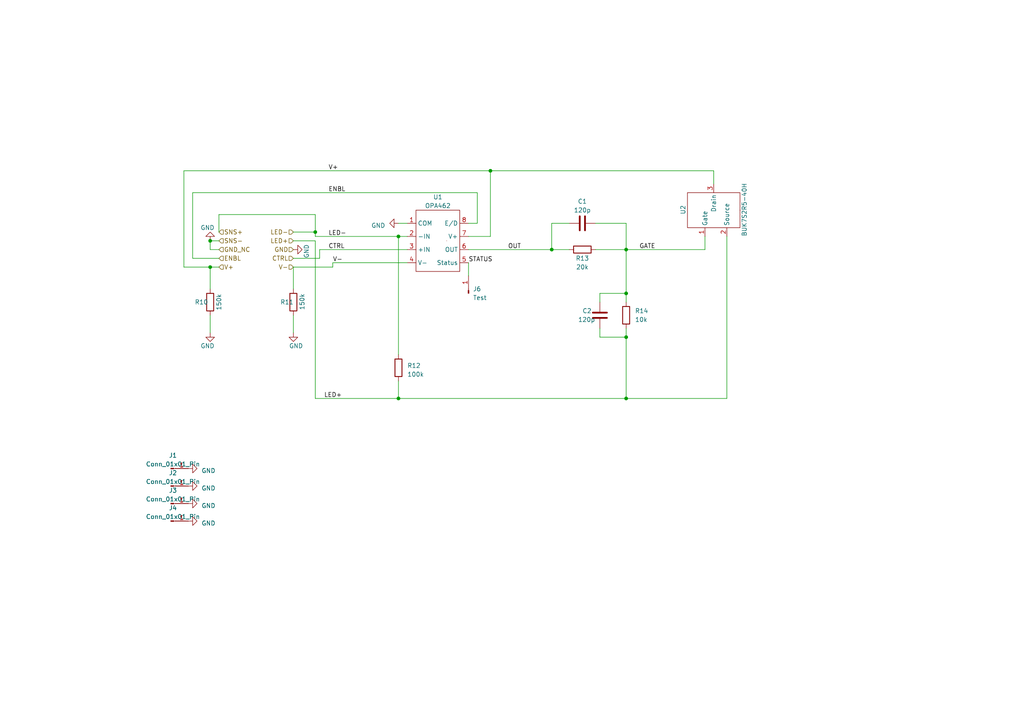
<source format=kicad_sch>
(kicad_sch (version 20230121) (generator eeschema)

  (uuid eb203648-e6da-44ec-bf26-82b858c4737a)

  (paper "A4")

  (lib_symbols
    (symbol "Connector:Conn_01x01_Pin" (pin_names (offset 1.016) hide) (in_bom yes) (on_board yes)
      (property "Reference" "J" (at 0 2.54 0)
        (effects (font (size 1.27 1.27)))
      )
      (property "Value" "Conn_01x01_Pin" (at 0 -2.54 0)
        (effects (font (size 1.27 1.27)))
      )
      (property "Footprint" "" (at 0 0 0)
        (effects (font (size 1.27 1.27)) hide)
      )
      (property "Datasheet" "~" (at 0 0 0)
        (effects (font (size 1.27 1.27)) hide)
      )
      (property "ki_locked" "" (at 0 0 0)
        (effects (font (size 1.27 1.27)))
      )
      (property "ki_keywords" "connector" (at 0 0 0)
        (effects (font (size 1.27 1.27)) hide)
      )
      (property "ki_description" "Generic connector, single row, 01x01, script generated" (at 0 0 0)
        (effects (font (size 1.27 1.27)) hide)
      )
      (property "ki_fp_filters" "Connector*:*_1x??_*" (at 0 0 0)
        (effects (font (size 1.27 1.27)) hide)
      )
      (symbol "Conn_01x01_Pin_1_1"
        (polyline
          (pts
            (xy 1.27 0)
            (xy 0.8636 0)
          )
          (stroke (width 0.1524) (type default))
          (fill (type none))
        )
        (rectangle (start 0.8636 0.127) (end 0 -0.127)
          (stroke (width 0.1524) (type default))
          (fill (type outline))
        )
        (pin passive line (at 5.08 0 180) (length 3.81)
          (name "Pin_1" (effects (font (size 1.27 1.27))))
          (number "1" (effects (font (size 1.27 1.27))))
        )
      )
    )
    (symbol "Device:C" (pin_numbers hide) (pin_names (offset 0.254)) (in_bom yes) (on_board yes)
      (property "Reference" "C" (at 0.635 2.54 0)
        (effects (font (size 1.27 1.27)) (justify left))
      )
      (property "Value" "C" (at 0.635 -2.54 0)
        (effects (font (size 1.27 1.27)) (justify left))
      )
      (property "Footprint" "" (at 0.9652 -3.81 0)
        (effects (font (size 1.27 1.27)) hide)
      )
      (property "Datasheet" "~" (at 0 0 0)
        (effects (font (size 1.27 1.27)) hide)
      )
      (property "ki_keywords" "cap capacitor" (at 0 0 0)
        (effects (font (size 1.27 1.27)) hide)
      )
      (property "ki_description" "Unpolarized capacitor" (at 0 0 0)
        (effects (font (size 1.27 1.27)) hide)
      )
      (property "ki_fp_filters" "C_*" (at 0 0 0)
        (effects (font (size 1.27 1.27)) hide)
      )
      (symbol "C_0_1"
        (polyline
          (pts
            (xy -2.032 -0.762)
            (xy 2.032 -0.762)
          )
          (stroke (width 0.508) (type default))
          (fill (type none))
        )
        (polyline
          (pts
            (xy -2.032 0.762)
            (xy 2.032 0.762)
          )
          (stroke (width 0.508) (type default))
          (fill (type none))
        )
      )
      (symbol "C_1_1"
        (pin passive line (at 0 3.81 270) (length 2.794)
          (name "~" (effects (font (size 1.27 1.27))))
          (number "1" (effects (font (size 1.27 1.27))))
        )
        (pin passive line (at 0 -3.81 90) (length 2.794)
          (name "~" (effects (font (size 1.27 1.27))))
          (number "2" (effects (font (size 1.27 1.27))))
        )
      )
    )
    (symbol "Device:R" (pin_numbers hide) (pin_names (offset 0)) (in_bom yes) (on_board yes)
      (property "Reference" "R" (at 2.032 0 90)
        (effects (font (size 1.27 1.27)))
      )
      (property "Value" "R" (at 0 0 90)
        (effects (font (size 1.27 1.27)))
      )
      (property "Footprint" "" (at -1.778 0 90)
        (effects (font (size 1.27 1.27)) hide)
      )
      (property "Datasheet" "~" (at 0 0 0)
        (effects (font (size 1.27 1.27)) hide)
      )
      (property "ki_keywords" "R res resistor" (at 0 0 0)
        (effects (font (size 1.27 1.27)) hide)
      )
      (property "ki_description" "Resistor" (at 0 0 0)
        (effects (font (size 1.27 1.27)) hide)
      )
      (property "ki_fp_filters" "R_*" (at 0 0 0)
        (effects (font (size 1.27 1.27)) hide)
      )
      (symbol "R_0_1"
        (rectangle (start -1.016 -2.54) (end 1.016 2.54)
          (stroke (width 0.254) (type default))
          (fill (type none))
        )
      )
      (symbol "R_1_1"
        (pin passive line (at 0 3.81 270) (length 1.27)
          (name "~" (effects (font (size 1.27 1.27))))
          (number "1" (effects (font (size 1.27 1.27))))
        )
        (pin passive line (at 0 -3.81 90) (length 1.27)
          (name "~" (effects (font (size 1.27 1.27))))
          (number "2" (effects (font (size 1.27 1.27))))
        )
      )
    )
    (symbol "GND_1" (power) (pin_names (offset 0)) (in_bom yes) (on_board yes)
      (property "Reference" "#PWR" (at 0 -6.35 0)
        (effects (font (size 1.27 1.27)) hide)
      )
      (property "Value" "GND_1" (at 0 -3.81 0)
        (effects (font (size 1.27 1.27)))
      )
      (property "Footprint" "" (at 0 0 0)
        (effects (font (size 1.27 1.27)) hide)
      )
      (property "Datasheet" "" (at 0 0 0)
        (effects (font (size 1.27 1.27)) hide)
      )
      (property "ki_keywords" "global power" (at 0 0 0)
        (effects (font (size 1.27 1.27)) hide)
      )
      (property "ki_description" "Power symbol creates a global label with name \"GND\" , ground" (at 0 0 0)
        (effects (font (size 1.27 1.27)) hide)
      )
      (symbol "GND_1_0_1"
        (polyline
          (pts
            (xy 0 0)
            (xy 0 -1.27)
            (xy 1.27 -1.27)
            (xy 0 -2.54)
            (xy -1.27 -1.27)
            (xy 0 -1.27)
          )
          (stroke (width 0) (type default))
          (fill (type none))
        )
      )
      (symbol "GND_1_1_1"
        (pin power_in line (at 0 0 270) (length 0) hide
          (name "GND" (effects (font (size 1.27 1.27))))
          (number "1" (effects (font (size 1.27 1.27))))
        )
      )
    )
    (symbol "GND_2" (power) (pin_names (offset 0)) (in_bom yes) (on_board yes)
      (property "Reference" "#PWR" (at 0 -6.35 0)
        (effects (font (size 1.27 1.27)) hide)
      )
      (property "Value" "GND_2" (at 0 -3.81 0)
        (effects (font (size 1.27 1.27)))
      )
      (property "Footprint" "" (at 0 0 0)
        (effects (font (size 1.27 1.27)) hide)
      )
      (property "Datasheet" "" (at 0 0 0)
        (effects (font (size 1.27 1.27)) hide)
      )
      (property "ki_keywords" "global power" (at 0 0 0)
        (effects (font (size 1.27 1.27)) hide)
      )
      (property "ki_description" "Power symbol creates a global label with name \"GND\" , ground" (at 0 0 0)
        (effects (font (size 1.27 1.27)) hide)
      )
      (symbol "GND_2_0_1"
        (polyline
          (pts
            (xy 0 0)
            (xy 0 -1.27)
            (xy 1.27 -1.27)
            (xy 0 -2.54)
            (xy -1.27 -1.27)
            (xy 0 -1.27)
          )
          (stroke (width 0) (type default))
          (fill (type none))
        )
      )
      (symbol "GND_2_1_1"
        (pin power_in line (at 0 0 270) (length 0) hide
          (name "GND" (effects (font (size 1.27 1.27))))
          (number "1" (effects (font (size 1.27 1.27))))
        )
      )
    )
    (symbol "GND_3" (power) (pin_names (offset 0)) (in_bom yes) (on_board yes)
      (property "Reference" "#PWR" (at 0 -6.35 0)
        (effects (font (size 1.27 1.27)) hide)
      )
      (property "Value" "GND_3" (at 0 -3.81 0)
        (effects (font (size 1.27 1.27)))
      )
      (property "Footprint" "" (at 0 0 0)
        (effects (font (size 1.27 1.27)) hide)
      )
      (property "Datasheet" "" (at 0 0 0)
        (effects (font (size 1.27 1.27)) hide)
      )
      (property "ki_keywords" "global power" (at 0 0 0)
        (effects (font (size 1.27 1.27)) hide)
      )
      (property "ki_description" "Power symbol creates a global label with name \"GND\" , ground" (at 0 0 0)
        (effects (font (size 1.27 1.27)) hide)
      )
      (symbol "GND_3_0_1"
        (polyline
          (pts
            (xy 0 0)
            (xy 0 -1.27)
            (xy 1.27 -1.27)
            (xy 0 -2.54)
            (xy -1.27 -1.27)
            (xy 0 -1.27)
          )
          (stroke (width 0) (type default))
          (fill (type none))
        )
      )
      (symbol "GND_3_1_1"
        (pin power_in line (at 0 0 270) (length 0) hide
          (name "GND" (effects (font (size 1.27 1.27))))
          (number "1" (effects (font (size 1.27 1.27))))
        )
      )
    )
    (symbol "led_driver:BUK7S2R5-40H" (in_bom yes) (on_board yes)
      (property "Reference" "U2" (at -8.89 -16.51 90)
        (effects (font (size 1.27 1.27)) (justify left))
      )
      (property "Value" "BUK7S2R5-40H" (at 8.89 -22.86 90)
        (effects (font (size 1.27 1.27)) (justify left))
      )
      (property "Footprint" "Shilin's Footprints:BUK7S2R5-40H_footprint" (at 0 0 0)
        (effects (font (size 1.27 1.27)) hide)
      )
      (property "Datasheet" "" (at 0 0 0)
        (effects (font (size 1.27 1.27)) hide)
      )
      (symbol "BUK7S2R5-40H_0_1"
        (rectangle (start 7.62 -20.32) (end -7.62 -10.16)
          (stroke (width 0) (type default))
          (fill (type none))
        )
        (rectangle (start 7.62 -15.24) (end 7.62 -15.24)
          (stroke (width 0) (type default))
          (fill (type none))
        )
      )
      (symbol "BUK7S2R5-40H_1_1"
        (pin input line (at -2.54 -22.86 90) (length 2.54)
          (name "Gate" (effects (font (size 1.27 1.27))))
          (number "1" (effects (font (size 1.27 1.27))))
        )
        (pin input line (at 3.81 -22.86 90) (length 2.54)
          (name "Source" (effects (font (size 1.27 1.27))))
          (number "2" (effects (font (size 1.27 1.27))))
        )
        (pin input line (at 0 -7.62 270) (length 2.54)
          (name "Drain" (effects (font (size 1.27 1.27))))
          (number "3" (effects (font (size 1.27 1.27))))
        )
      )
    )
    (symbol "led_driver:OPA462" (in_bom yes) (on_board yes)
      (property "Reference" "U1" (at -1.27 10.16 0)
        (effects (font (size 1.27 1.27)) (justify left))
      )
      (property "Value" "OPA462" (at -3.81 -10.16 0)
        (effects (font (size 1.27 1.27)) (justify left))
      )
      (property "Footprint" "Package_DIP:DIP-8_W7.62mm" (at -1.27 11.43 0)
        (effects (font (size 1.27 1.27)) hide)
      )
      (property "Datasheet" "" (at -1.27 11.43 0)
        (effects (font (size 1.27 1.27)) hide)
      )
      (symbol "OPA462_0_1"
        (rectangle (start -6.35 8.89) (end 6.35 -8.89)
          (stroke (width 0) (type default))
          (fill (type none))
        )
        (rectangle (start 2.54 0) (end 2.54 0)
          (stroke (width 0) (type default))
          (fill (type none))
        )
      )
      (symbol "OPA462_1_1"
        (pin input line (at -8.89 5.08 0) (length 2.54)
          (name "COM" (effects (font (size 1.27 1.27))))
          (number "1" (effects (font (size 1.27 1.27))))
        )
        (pin input line (at -8.89 1.27 0) (length 2.54)
          (name "-IN" (effects (font (size 1.27 1.27))))
          (number "2" (effects (font (size 1.27 1.27))))
        )
        (pin input line (at -8.89 -2.54 0) (length 2.54)
          (name "+IN" (effects (font (size 1.27 1.27))))
          (number "3" (effects (font (size 1.27 1.27))))
        )
        (pin input line (at -8.89 -6.35 0) (length 2.54)
          (name "V-" (effects (font (size 1.27 1.27))))
          (number "4" (effects (font (size 1.27 1.27))))
        )
        (pin output line (at 8.89 -6.35 180) (length 2.54)
          (name "Status" (effects (font (size 1.27 1.27))))
          (number "5" (effects (font (size 1.27 1.27))))
        )
        (pin output line (at 8.89 -2.54 180) (length 2.54)
          (name "OUT" (effects (font (size 1.27 1.27))))
          (number "6" (effects (font (size 1.27 1.27))))
        )
        (pin input line (at 8.89 1.27 180) (length 2.54)
          (name "V+" (effects (font (size 1.27 1.27))))
          (number "7" (effects (font (size 1.27 1.27))))
        )
        (pin input line (at 8.89 5.08 180) (length 2.54)
          (name "E/D" (effects (font (size 1.27 1.27))))
          (number "8" (effects (font (size 1.27 1.27))))
        )
      )
    )
    (symbol "power:GND" (power) (pin_names (offset 0)) (in_bom yes) (on_board yes)
      (property "Reference" "#PWR" (at 0 -6.35 0)
        (effects (font (size 1.27 1.27)) hide)
      )
      (property "Value" "GND" (at 0 -3.81 0)
        (effects (font (size 1.27 1.27)))
      )
      (property "Footprint" "" (at 0 0 0)
        (effects (font (size 1.27 1.27)) hide)
      )
      (property "Datasheet" "" (at 0 0 0)
        (effects (font (size 1.27 1.27)) hide)
      )
      (property "ki_keywords" "power-flag" (at 0 0 0)
        (effects (font (size 1.27 1.27)) hide)
      )
      (property "ki_description" "Power symbol creates a global label with name \"GND\" , ground" (at 0 0 0)
        (effects (font (size 1.27 1.27)) hide)
      )
      (symbol "GND_0_1"
        (polyline
          (pts
            (xy 0 0)
            (xy 0 -1.27)
            (xy 1.27 -1.27)
            (xy 0 -2.54)
            (xy -1.27 -1.27)
            (xy 0 -1.27)
          )
          (stroke (width 0) (type default))
          (fill (type none))
        )
      )
      (symbol "GND_1_1"
        (pin power_in line (at 0 0 270) (length 0) hide
          (name "GND" (effects (font (size 1.27 1.27))))
          (number "1" (effects (font (size 1.27 1.27))))
        )
      )
    )
  )

  (junction (at 181.61 115.57) (diameter 0) (color 0 0 0 0)
    (uuid 019524d4-e850-429f-835e-53f4070a7f64)
  )
  (junction (at 115.57 68.58) (diameter 0) (color 0 0 0 0)
    (uuid 07623caa-68fc-400c-a95f-4aa5303b6454)
  )
  (junction (at 181.61 72.39) (diameter 0) (color 0 0 0 0)
    (uuid 17626b07-0566-4e52-a16a-41e998a51834)
  )
  (junction (at 181.61 97.79) (diameter 0) (color 0 0 0 0)
    (uuid 2b14807a-5322-4597-957d-9d5337df5f23)
  )
  (junction (at 115.57 115.57) (diameter 0) (color 0 0 0 0)
    (uuid 3318d882-d93e-4051-8398-a4a90f2089fe)
  )
  (junction (at 91.44 67.31) (diameter 0) (color 0 0 0 0)
    (uuid 4cc76cd9-c777-44f9-9b74-567c590ac280)
  )
  (junction (at 142.24 49.53) (diameter 0) (color 0 0 0 0)
    (uuid 4f213178-f3c0-44be-99ee-d5edb2f9bdf6)
  )
  (junction (at 160.02 72.39) (diameter 0) (color 0 0 0 0)
    (uuid 7318944b-4957-499d-9740-0511ee5e880f)
  )
  (junction (at 60.96 69.85) (diameter 0) (color 0 0 0 0)
    (uuid 8bdaecc8-22ed-45f1-a879-f371f595732d)
  )
  (junction (at 181.61 85.09) (diameter 0) (color 0 0 0 0)
    (uuid a582c9b8-dfed-44ee-9281-80321e24702f)
  )
  (junction (at 60.96 77.47) (diameter 0) (color 0 0 0 0)
    (uuid e1ac69d0-1783-4606-af0b-ef1c7ee0b7d1)
  )

  (wire (pts (xy 60.96 69.85) (xy 60.96 72.39))
    (stroke (width 0) (type default))
    (uuid 016f2891-9e3c-421f-8984-6a49b2068165)
  )
  (wire (pts (xy 91.44 62.23) (xy 91.44 67.31))
    (stroke (width 0) (type default))
    (uuid 04cb4e2c-b5f6-4ed1-b6fc-b6f4597a392b)
  )
  (wire (pts (xy 92.71 72.39) (xy 118.11 72.39))
    (stroke (width 0) (type default))
    (uuid 0b858dca-38c0-4837-9dd7-dc8d5c58c126)
  )
  (wire (pts (xy 92.71 74.93) (xy 92.71 72.39))
    (stroke (width 0) (type default))
    (uuid 113a5aeb-13f1-4062-9119-15d1efd5ac10)
  )
  (wire (pts (xy 210.82 68.58) (xy 210.82 115.57))
    (stroke (width 0) (type default))
    (uuid 1975d429-9dac-4ac4-8402-b685dabcccec)
  )
  (wire (pts (xy 60.96 91.44) (xy 60.96 96.52))
    (stroke (width 0) (type default))
    (uuid 24029f99-94cc-4e60-81a7-27cc2b61b706)
  )
  (wire (pts (xy 160.02 72.39) (xy 165.1 72.39))
    (stroke (width 0) (type default))
    (uuid 28bfd2c4-64a4-4ef9-af34-122f269c4dac)
  )
  (wire (pts (xy 60.96 77.47) (xy 60.96 83.82))
    (stroke (width 0) (type default))
    (uuid 29ef51c1-9636-4407-bd91-a565521c2bb6)
  )
  (wire (pts (xy 53.34 77.47) (xy 60.96 77.47))
    (stroke (width 0) (type default))
    (uuid 2c0aed45-54e5-4323-bb6b-1cadefafa8ad)
  )
  (wire (pts (xy 173.99 97.79) (xy 181.61 97.79))
    (stroke (width 0) (type default))
    (uuid 2c996611-d7a2-4bc9-bbca-bc66477715d2)
  )
  (wire (pts (xy 160.02 64.77) (xy 160.02 72.39))
    (stroke (width 0) (type default))
    (uuid 2e8dd601-ec9c-409f-8c4c-4c9a815d0422)
  )
  (wire (pts (xy 142.24 49.53) (xy 142.24 68.58))
    (stroke (width 0) (type default))
    (uuid 3083d43b-61b4-4e40-9231-777448e0553f)
  )
  (wire (pts (xy 91.44 69.85) (xy 91.44 115.57))
    (stroke (width 0) (type default))
    (uuid 34d1e4b2-3b96-48d8-8011-8495ef07b944)
  )
  (wire (pts (xy 138.43 64.77) (xy 138.43 55.88))
    (stroke (width 0) (type default))
    (uuid 3cf8211b-bec5-4aa1-845b-38dd91f55c5e)
  )
  (wire (pts (xy 91.44 67.31) (xy 91.44 68.58))
    (stroke (width 0) (type default))
    (uuid 41887e09-f5a2-4b40-9dc8-d64d70a14e82)
  )
  (wire (pts (xy 85.09 67.31) (xy 91.44 67.31))
    (stroke (width 0) (type default))
    (uuid 46b21823-f186-42da-81bd-8aee089bd771)
  )
  (wire (pts (xy 181.61 72.39) (xy 204.47 72.39))
    (stroke (width 0) (type default))
    (uuid 473544cd-9527-4333-b7b3-0ef30f8b7e40)
  )
  (wire (pts (xy 181.61 85.09) (xy 181.61 87.63))
    (stroke (width 0) (type default))
    (uuid 4a30cfa3-b071-41fc-8277-6ac41ceaaf9b)
  )
  (wire (pts (xy 135.89 76.2) (xy 135.89 80.01))
    (stroke (width 0) (type default))
    (uuid 4cebdf91-4463-42ae-9bc2-ad15bfa50e75)
  )
  (wire (pts (xy 85.09 69.85) (xy 91.44 69.85))
    (stroke (width 0) (type default))
    (uuid 53e70bdf-85f7-47ad-a6e2-001f7119be15)
  )
  (wire (pts (xy 172.72 72.39) (xy 181.61 72.39))
    (stroke (width 0) (type default))
    (uuid 55dfedb5-6172-4717-8b96-486b1a082133)
  )
  (wire (pts (xy 63.5 62.23) (xy 91.44 62.23))
    (stroke (width 0) (type default))
    (uuid 5afcc510-fcee-4db2-8ffd-b31019b67c95)
  )
  (wire (pts (xy 53.34 49.53) (xy 53.34 77.47))
    (stroke (width 0) (type default))
    (uuid 5ddb3ff2-0f6e-4c6a-bbb5-e70f9a5471e9)
  )
  (wire (pts (xy 165.1 64.77) (xy 160.02 64.77))
    (stroke (width 0) (type default))
    (uuid 5faddafb-53ab-49d8-af31-bdf35f623954)
  )
  (wire (pts (xy 173.99 87.63) (xy 173.99 85.09))
    (stroke (width 0) (type default))
    (uuid 70ee8fc1-1124-4c2e-9c7d-65f756194fd8)
  )
  (wire (pts (xy 63.5 69.85) (xy 60.96 69.85))
    (stroke (width 0) (type default))
    (uuid 7540881b-c80d-4442-b2b9-d22dbd2953fa)
  )
  (wire (pts (xy 142.24 49.53) (xy 207.01 49.53))
    (stroke (width 0) (type default))
    (uuid 76f13b42-f021-48ac-a778-f66ccb0825d7)
  )
  (wire (pts (xy 135.89 64.77) (xy 138.43 64.77))
    (stroke (width 0) (type default))
    (uuid 78391aa2-b095-4aa5-bc06-c081c2bc3c29)
  )
  (wire (pts (xy 63.5 67.31) (xy 63.5 62.23))
    (stroke (width 0) (type default))
    (uuid 79a05be9-1512-40ca-a552-7c2854799080)
  )
  (wire (pts (xy 85.09 91.44) (xy 85.09 96.52))
    (stroke (width 0) (type default))
    (uuid 7b2538ac-bd50-426c-8e17-be36e99a8c0e)
  )
  (wire (pts (xy 96.52 77.47) (xy 96.52 76.2))
    (stroke (width 0) (type default))
    (uuid 7f5fd79c-bd03-423c-b808-5568099542b6)
  )
  (wire (pts (xy 85.09 77.47) (xy 96.52 77.47))
    (stroke (width 0) (type default))
    (uuid 834e366e-f3c2-42d0-bb31-af6835471eae)
  )
  (wire (pts (xy 173.99 85.09) (xy 181.61 85.09))
    (stroke (width 0) (type default))
    (uuid 989b0686-3a31-425f-9e09-c811abbfc743)
  )
  (wire (pts (xy 63.5 74.93) (xy 55.88 74.93))
    (stroke (width 0) (type default))
    (uuid 9e2389d1-fd00-426d-9a52-62c8b4d6c114)
  )
  (wire (pts (xy 142.24 68.58) (xy 135.89 68.58))
    (stroke (width 0) (type default))
    (uuid 9e98bb2e-4629-441f-9efb-76d8df2c095a)
  )
  (wire (pts (xy 115.57 64.77) (xy 118.11 64.77))
    (stroke (width 0) (type default))
    (uuid a0b56de8-8644-4d96-a8f9-e06fe090ebc4)
  )
  (wire (pts (xy 181.61 64.77) (xy 181.61 72.39))
    (stroke (width 0) (type default))
    (uuid a452e1fd-3e23-49aa-82f7-c730a7e26539)
  )
  (wire (pts (xy 173.99 95.25) (xy 173.99 97.79))
    (stroke (width 0) (type default))
    (uuid a534f621-0373-49ae-91f9-aa88c38193b4)
  )
  (wire (pts (xy 181.61 97.79) (xy 181.61 115.57))
    (stroke (width 0) (type default))
    (uuid a540701d-133e-470c-8ce6-6dfb16337f47)
  )
  (wire (pts (xy 55.88 55.88) (xy 138.43 55.88))
    (stroke (width 0) (type default))
    (uuid a9baeea7-ff56-4953-af9b-4f4c8c148da1)
  )
  (wire (pts (xy 60.96 72.39) (xy 63.5 72.39))
    (stroke (width 0) (type default))
    (uuid b0968807-3524-4587-a2da-699a86bf8111)
  )
  (wire (pts (xy 91.44 115.57) (xy 115.57 115.57))
    (stroke (width 0) (type default))
    (uuid bb4732cd-6d5e-473b-a125-3ff8e629e827)
  )
  (wire (pts (xy 115.57 110.49) (xy 115.57 115.57))
    (stroke (width 0) (type default))
    (uuid bc83bf8b-f892-4fc2-aaa5-369cbbc186b4)
  )
  (wire (pts (xy 135.89 72.39) (xy 160.02 72.39))
    (stroke (width 0) (type default))
    (uuid bc88247f-6885-4db3-ab48-dea422add4ed)
  )
  (wire (pts (xy 181.61 95.25) (xy 181.61 97.79))
    (stroke (width 0) (type default))
    (uuid be9324b0-e712-40ff-8d3f-f8e85f7b0687)
  )
  (wire (pts (xy 115.57 68.58) (xy 115.57 102.87))
    (stroke (width 0) (type default))
    (uuid bf117836-caea-4707-88cc-2a1245a4b9ff)
  )
  (wire (pts (xy 115.57 68.58) (xy 118.11 68.58))
    (stroke (width 0) (type default))
    (uuid c04da9c0-9881-4403-899e-7e3321c02f7e)
  )
  (wire (pts (xy 60.96 77.47) (xy 63.5 77.47))
    (stroke (width 0) (type default))
    (uuid c205f226-d56e-4f73-ba51-2df136472e7d)
  )
  (wire (pts (xy 85.09 74.93) (xy 92.71 74.93))
    (stroke (width 0) (type default))
    (uuid c61e999a-e176-46df-8246-0a8e34e720f3)
  )
  (wire (pts (xy 55.88 74.93) (xy 55.88 55.88))
    (stroke (width 0) (type default))
    (uuid ccb8ef4c-2c1a-4cf8-9e5f-54a2690ebce9)
  )
  (wire (pts (xy 96.52 76.2) (xy 118.11 76.2))
    (stroke (width 0) (type default))
    (uuid cd443aa4-4e56-4791-b227-19e30ab088e6)
  )
  (wire (pts (xy 172.72 64.77) (xy 181.61 64.77))
    (stroke (width 0) (type default))
    (uuid d26a088d-a7a2-4bc2-8cc3-0d47697fb524)
  )
  (wire (pts (xy 181.61 72.39) (xy 181.61 85.09))
    (stroke (width 0) (type default))
    (uuid d790f964-85a9-4b60-88d1-b1229230614a)
  )
  (wire (pts (xy 207.01 49.53) (xy 207.01 53.34))
    (stroke (width 0) (type default))
    (uuid dbff34cc-4d00-41ea-ade1-9af6bc556b17)
  )
  (wire (pts (xy 181.61 115.57) (xy 210.82 115.57))
    (stroke (width 0) (type default))
    (uuid e69bee01-701c-4609-b668-9f97b733e6f5)
  )
  (wire (pts (xy 204.47 68.58) (xy 204.47 72.39))
    (stroke (width 0) (type default))
    (uuid e96ab2aa-bcd2-4256-8296-c00e1de9e546)
  )
  (wire (pts (xy 91.44 68.58) (xy 115.57 68.58))
    (stroke (width 0) (type default))
    (uuid ea95ca01-0a3b-42e4-99c5-b2601c4d21d4)
  )
  (wire (pts (xy 53.34 49.53) (xy 142.24 49.53))
    (stroke (width 0) (type default))
    (uuid ed036a22-74ec-48c7-ad4c-8b8e347c269f)
  )
  (wire (pts (xy 85.09 77.47) (xy 85.09 83.82))
    (stroke (width 0) (type default))
    (uuid f96da6fc-b794-488d-9d9f-fc88aa4fc0ae)
  )
  (wire (pts (xy 115.57 115.57) (xy 181.61 115.57))
    (stroke (width 0) (type default))
    (uuid faec64d1-16be-48c0-8fac-46ea2745545d)
  )

  (label "ENBL" (at 95.25 55.88 0) (fields_autoplaced)
    (effects (font (size 1.27 1.27)) (justify left bottom))
    (uuid 063c09a4-4dce-4978-af99-6457eba43b7d)
  )
  (label "V+" (at 95.25 49.53 0) (fields_autoplaced)
    (effects (font (size 1.27 1.27)) (justify left bottom))
    (uuid 562e131f-eceb-4a48-9f82-34e78fdeac11)
  )
  (label "LED-" (at 95.25 68.58 0) (fields_autoplaced)
    (effects (font (size 1.27 1.27)) (justify left bottom))
    (uuid 7319d724-d505-4dc2-9af4-1314e226be6d)
  )
  (label "LED+" (at 93.98 115.57 0) (fields_autoplaced)
    (effects (font (size 1.27 1.27)) (justify left bottom))
    (uuid 9e936e7c-09cc-4cec-93a1-22fe40479e5d)
  )
  (label "OUT" (at 147.32 72.39 0) (fields_autoplaced)
    (effects (font (size 1.27 1.27)) (justify left bottom))
    (uuid a83922fb-3a5a-46eb-bb5c-11fd2a4c8f7a)
  )
  (label "STATUS" (at 135.89 76.2 0) (fields_autoplaced)
    (effects (font (size 1.27 1.27)) (justify left bottom))
    (uuid affceb53-beb9-4c49-929b-542c24c1cbed)
  )
  (label "GATE" (at 185.42 72.39 0) (fields_autoplaced)
    (effects (font (size 1.27 1.27)) (justify left bottom))
    (uuid b0ab2c78-8e47-45e7-8cf9-56c698b6f424)
  )
  (label "V-" (at 96.52 76.2 0) (fields_autoplaced)
    (effects (font (size 1.27 1.27)) (justify left bottom))
    (uuid e972e729-3761-4a3e-ada3-ec2c048b46f2)
  )
  (label "CTRL" (at 95.25 72.39 0) (fields_autoplaced)
    (effects (font (size 1.27 1.27)) (justify left bottom))
    (uuid fc238991-0839-45d8-bc13-09817663e0ee)
  )

  (hierarchical_label "CTRL" (shape input) (at 85.09 74.93 180) (fields_autoplaced)
    (effects (font (size 1.27 1.27)) (justify right))
    (uuid 3a56ff3b-4f58-4222-ba1f-5edd145068fd)
  )
  (hierarchical_label "GND_NC" (shape input) (at 63.5 72.39 0) (fields_autoplaced)
    (effects (font (size 1.27 1.27)) (justify left))
    (uuid 4abe82e8-dd40-4486-8f05-1e91ace5e6f1)
  )
  (hierarchical_label "GND" (shape input) (at 85.09 72.39 180) (fields_autoplaced)
    (effects (font (size 1.27 1.27)) (justify right))
    (uuid 4c2283a0-825f-410e-b2a0-63410ce374b2)
  )
  (hierarchical_label "LED+" (shape input) (at 85.09 69.85 180) (fields_autoplaced)
    (effects (font (size 1.27 1.27)) (justify right))
    (uuid 4d717fc8-e8b7-45b0-a561-097921adbd79)
  )
  (hierarchical_label "SNS-" (shape input) (at 63.5 69.85 0) (fields_autoplaced)
    (effects (font (size 1.27 1.27)) (justify left))
    (uuid 8b88e65b-3f06-429a-adab-f94c5d27276a)
  )
  (hierarchical_label "V-" (shape input) (at 85.09 77.47 180) (fields_autoplaced)
    (effects (font (size 1.27 1.27)) (justify right))
    (uuid c421be7f-5cad-4557-a24a-9ad30db71d25)
  )
  (hierarchical_label "LED-" (shape input) (at 85.09 67.31 180) (fields_autoplaced)
    (effects (font (size 1.27 1.27)) (justify right))
    (uuid cbe37595-f0f9-4438-beda-943e1ce7a415)
  )
  (hierarchical_label "ENBL" (shape input) (at 63.5 74.93 0) (fields_autoplaced)
    (effects (font (size 1.27 1.27)) (justify left))
    (uuid d0d4f36b-9b16-460e-a543-638a744e8337)
  )
  (hierarchical_label "SNS+" (shape input) (at 63.5 67.31 0) (fields_autoplaced)
    (effects (font (size 1.27 1.27)) (justify left))
    (uuid e33643df-16a4-44a1-94fe-7f37ee46bbeb)
  )
  (hierarchical_label "V+" (shape input) (at 63.5 77.47 0) (fields_autoplaced)
    (effects (font (size 1.27 1.27)) (justify left))
    (uuid fc41ae38-4daf-4797-9e16-729a87416c41)
  )

  (symbol (lib_id "Device:C") (at 168.91 64.77 90) (unit 1)
    (in_bom yes) (on_board yes) (dnp no)
    (uuid 0f4a7571-e6fe-498d-9e4e-47b897615243)
    (property "Reference" "C1" (at 168.91 58.42 90)
      (effects (font (size 1.27 1.27)))
    )
    (property "Value" "120p" (at 168.91 60.96 90)
      (effects (font (size 1.27 1.27)))
    )
    (property "Footprint" "Capacitor_THT:C_Disc_D7.0mm_W2.5mm_P5.00mm" (at 172.72 63.8048 0)
      (effects (font (size 1.27 1.27)) hide)
    )
    (property "Datasheet" "~" (at 168.91 64.77 0)
      (effects (font (size 1.27 1.27)) hide)
    )
    (pin "1" (uuid a8f13718-60b0-42ff-a2ed-43cb80924807))
    (pin "2" (uuid 4d3b5215-8d53-452b-896b-bfbe65c324ac))
    (instances
      (project "led_driver_box"
        (path "/33b0be37-4aa5-415a-8914-5441d29c7862/a70103d4-c2c2-4f23-ab81-e269e97d3343/74745f5e-1252-4f3a-bc8d-68d6890d4cf7"
          (reference "C1") (unit 1)
        )
        (path "/33b0be37-4aa5-415a-8914-5441d29c7862/a70103d4-c2c2-4f23-ab81-e269e97d3343/3ca9c92f-709d-4e18-b272-139616963ee2"
          (reference "C3") (unit 1)
        )
        (path "/33b0be37-4aa5-415a-8914-5441d29c7862/a70103d4-c2c2-4f23-ab81-e269e97d3343/8fec8f0b-9f34-4934-bf92-807e3994155a"
          (reference "C5") (unit 1)
        )
        (path "/33b0be37-4aa5-415a-8914-5441d29c7862/a70103d4-c2c2-4f23-ab81-e269e97d3343/d28636e9-13db-4c53-b224-945137463269"
          (reference "C7") (unit 1)
        )
        (path "/33b0be37-4aa5-415a-8914-5441d29c7862/a70103d4-c2c2-4f23-ab81-e269e97d3343/a4447a63-ef0e-43c4-af69-1257bcbce63d"
          (reference "C9") (unit 1)
        )
        (path "/33b0be37-4aa5-415a-8914-5441d29c7862/a70103d4-c2c2-4f23-ab81-e269e97d3343/0e11f77d-805c-4ff3-884d-c6460b90993a"
          (reference "C11") (unit 1)
        )
        (path "/33b0be37-4aa5-415a-8914-5441d29c7862/a70103d4-c2c2-4f23-ab81-e269e97d3343/c7e71d67-471b-40dc-a194-1e04bd469d97"
          (reference "C13") (unit 1)
        )
        (path "/33b0be37-4aa5-415a-8914-5441d29c7862/a70103d4-c2c2-4f23-ab81-e269e97d3343/d95b39f6-877e-452c-b889-a4d8a7ce2aa3"
          (reference "C15") (unit 1)
        )
        (path "/33b0be37-4aa5-415a-8914-5441d29c7862/a70103d4-c2c2-4f23-ab81-e269e97d3343/87f8951b-c5a5-46b9-8156-2a8a15ed0f9e"
          (reference "C17") (unit 1)
        )
      )
      (project "LED Driver"
        (path "/d8603679-3e7b-4337-8dbc-1827f5f54d8a"
          (reference "C1") (unit 1)
        )
      )
    )
  )

  (symbol (lib_id "Device:C") (at 173.99 91.44 180) (unit 1)
    (in_bom yes) (on_board yes) (dnp no)
    (uuid 1196acf2-f7b6-48d3-8578-1b3ae27e2a9b)
    (property "Reference" "C2" (at 168.91 90.17 0)
      (effects (font (size 1.27 1.27)) (justify right))
    )
    (property "Value" "120p" (at 167.64 92.71 0)
      (effects (font (size 1.27 1.27)) (justify right))
    )
    (property "Footprint" "Capacitor_THT:C_Disc_D7.0mm_W2.5mm_P5.00mm" (at 173.0248 87.63 0)
      (effects (font (size 1.27 1.27)) hide)
    )
    (property "Datasheet" "~" (at 173.99 91.44 0)
      (effects (font (size 1.27 1.27)) hide)
    )
    (pin "1" (uuid 6161f2a6-1695-4e9d-88b3-13b2c8faae1f))
    (pin "2" (uuid c97d2fc5-5c79-46f2-80ec-e414bbb75183))
    (instances
      (project "led_driver_box"
        (path "/33b0be37-4aa5-415a-8914-5441d29c7862/a70103d4-c2c2-4f23-ab81-e269e97d3343/74745f5e-1252-4f3a-bc8d-68d6890d4cf7"
          (reference "C2") (unit 1)
        )
        (path "/33b0be37-4aa5-415a-8914-5441d29c7862/a70103d4-c2c2-4f23-ab81-e269e97d3343/3ca9c92f-709d-4e18-b272-139616963ee2"
          (reference "C4") (unit 1)
        )
        (path "/33b0be37-4aa5-415a-8914-5441d29c7862/a70103d4-c2c2-4f23-ab81-e269e97d3343/8fec8f0b-9f34-4934-bf92-807e3994155a"
          (reference "C6") (unit 1)
        )
        (path "/33b0be37-4aa5-415a-8914-5441d29c7862/a70103d4-c2c2-4f23-ab81-e269e97d3343/d28636e9-13db-4c53-b224-945137463269"
          (reference "C8") (unit 1)
        )
        (path "/33b0be37-4aa5-415a-8914-5441d29c7862/a70103d4-c2c2-4f23-ab81-e269e97d3343/a4447a63-ef0e-43c4-af69-1257bcbce63d"
          (reference "C10") (unit 1)
        )
        (path "/33b0be37-4aa5-415a-8914-5441d29c7862/a70103d4-c2c2-4f23-ab81-e269e97d3343/0e11f77d-805c-4ff3-884d-c6460b90993a"
          (reference "C12") (unit 1)
        )
        (path "/33b0be37-4aa5-415a-8914-5441d29c7862/a70103d4-c2c2-4f23-ab81-e269e97d3343/c7e71d67-471b-40dc-a194-1e04bd469d97"
          (reference "C14") (unit 1)
        )
        (path "/33b0be37-4aa5-415a-8914-5441d29c7862/a70103d4-c2c2-4f23-ab81-e269e97d3343/d95b39f6-877e-452c-b889-a4d8a7ce2aa3"
          (reference "C16") (unit 1)
        )
        (path "/33b0be37-4aa5-415a-8914-5441d29c7862/a70103d4-c2c2-4f23-ab81-e269e97d3343/87f8951b-c5a5-46b9-8156-2a8a15ed0f9e"
          (reference "C18") (unit 1)
        )
      )
      (project "LED Driver"
        (path "/d8603679-3e7b-4337-8dbc-1827f5f54d8a"
          (reference "C2") (unit 1)
        )
      )
    )
  )

  (symbol (lib_name "GND_1") (lib_id "power:GND") (at 85.09 96.52 0) (unit 1)
    (in_bom yes) (on_board yes) (dnp no)
    (uuid 19896d67-a68b-4f71-b33f-f610c9f3d3a4)
    (property "Reference" "#PWR09" (at 85.09 102.87 0)
      (effects (font (size 1.27 1.27)) hide)
    )
    (property "Value" "GND" (at 83.82 100.33 0)
      (effects (font (size 1.27 1.27)) (justify left))
    )
    (property "Footprint" "" (at 85.09 96.52 0)
      (effects (font (size 1.27 1.27)) hide)
    )
    (property "Datasheet" "" (at 85.09 96.52 0)
      (effects (font (size 1.27 1.27)) hide)
    )
    (pin "1" (uuid 2ba0b5b8-b218-4639-93ea-ad714180de35))
    (instances
      (project "led_driver_box"
        (path "/33b0be37-4aa5-415a-8914-5441d29c7862/a70103d4-c2c2-4f23-ab81-e269e97d3343/74745f5e-1252-4f3a-bc8d-68d6890d4cf7"
          (reference "#PWR09") (unit 1)
        )
        (path "/33b0be37-4aa5-415a-8914-5441d29c7862/a70103d4-c2c2-4f23-ab81-e269e97d3343/3ca9c92f-709d-4e18-b272-139616963ee2"
          (reference "#PWR018") (unit 1)
        )
        (path "/33b0be37-4aa5-415a-8914-5441d29c7862/a70103d4-c2c2-4f23-ab81-e269e97d3343/8fec8f0b-9f34-4934-bf92-807e3994155a"
          (reference "#PWR027") (unit 1)
        )
        (path "/33b0be37-4aa5-415a-8914-5441d29c7862/a70103d4-c2c2-4f23-ab81-e269e97d3343/d28636e9-13db-4c53-b224-945137463269"
          (reference "#PWR036") (unit 1)
        )
        (path "/33b0be37-4aa5-415a-8914-5441d29c7862/a70103d4-c2c2-4f23-ab81-e269e97d3343/a4447a63-ef0e-43c4-af69-1257bcbce63d"
          (reference "#PWR045") (unit 1)
        )
        (path "/33b0be37-4aa5-415a-8914-5441d29c7862/a70103d4-c2c2-4f23-ab81-e269e97d3343/0e11f77d-805c-4ff3-884d-c6460b90993a"
          (reference "#PWR054") (unit 1)
        )
        (path "/33b0be37-4aa5-415a-8914-5441d29c7862/a70103d4-c2c2-4f23-ab81-e269e97d3343/c7e71d67-471b-40dc-a194-1e04bd469d97"
          (reference "#PWR063") (unit 1)
        )
        (path "/33b0be37-4aa5-415a-8914-5441d29c7862/a70103d4-c2c2-4f23-ab81-e269e97d3343/d95b39f6-877e-452c-b889-a4d8a7ce2aa3"
          (reference "#PWR072") (unit 1)
        )
        (path "/33b0be37-4aa5-415a-8914-5441d29c7862/a70103d4-c2c2-4f23-ab81-e269e97d3343/87f8951b-c5a5-46b9-8156-2a8a15ed0f9e"
          (reference "#PWR081") (unit 1)
        )
      )
      (project "LED Driver"
        (path "/d8603679-3e7b-4337-8dbc-1827f5f54d8a"
          (reference "#PWR05") (unit 1)
        )
      )
    )
  )

  (symbol (lib_id "led_driver:BUK7S2R5-40H") (at 207.01 45.72 0) (unit 1)
    (in_bom yes) (on_board yes) (dnp no) (fields_autoplaced)
    (uuid 1add9d43-9a3e-479e-83bf-2772e7a26bb3)
    (property "Reference" "U2" (at 198.12 62.23 90)
      (effects (font (size 1.27 1.27)) (justify left))
    )
    (property "Value" "BUK7S2R5-40H" (at 215.9 68.58 90)
      (effects (font (size 1.27 1.27)) (justify left))
    )
    (property "Footprint" "led_driver:BUK7S2R5-40H_footprint" (at 207.01 45.72 0)
      (effects (font (size 1.27 1.27)) hide)
    )
    (property "Datasheet" "" (at 207.01 45.72 0)
      (effects (font (size 1.27 1.27)) hide)
    )
    (pin "1" (uuid 26b11977-9928-492b-9efb-94a0cbf085f9))
    (pin "2" (uuid 092d8848-d129-4a0c-9454-bf1df51c8b50))
    (pin "3" (uuid 3b03adec-c820-4e41-9163-aca76cc7e542))
    (instances
      (project "led_driver_box"
        (path "/33b0be37-4aa5-415a-8914-5441d29c7862/a70103d4-c2c2-4f23-ab81-e269e97d3343/74745f5e-1252-4f3a-bc8d-68d6890d4cf7"
          (reference "U2") (unit 1)
        )
        (path "/33b0be37-4aa5-415a-8914-5441d29c7862/a70103d4-c2c2-4f23-ab81-e269e97d3343/3ca9c92f-709d-4e18-b272-139616963ee2"
          (reference "U4") (unit 1)
        )
        (path "/33b0be37-4aa5-415a-8914-5441d29c7862/a70103d4-c2c2-4f23-ab81-e269e97d3343/8fec8f0b-9f34-4934-bf92-807e3994155a"
          (reference "U6") (unit 1)
        )
        (path "/33b0be37-4aa5-415a-8914-5441d29c7862/a70103d4-c2c2-4f23-ab81-e269e97d3343/d28636e9-13db-4c53-b224-945137463269"
          (reference "U8") (unit 1)
        )
        (path "/33b0be37-4aa5-415a-8914-5441d29c7862/a70103d4-c2c2-4f23-ab81-e269e97d3343/a4447a63-ef0e-43c4-af69-1257bcbce63d"
          (reference "U10") (unit 1)
        )
        (path "/33b0be37-4aa5-415a-8914-5441d29c7862/a70103d4-c2c2-4f23-ab81-e269e97d3343/0e11f77d-805c-4ff3-884d-c6460b90993a"
          (reference "U12") (unit 1)
        )
        (path "/33b0be37-4aa5-415a-8914-5441d29c7862/a70103d4-c2c2-4f23-ab81-e269e97d3343/c7e71d67-471b-40dc-a194-1e04bd469d97"
          (reference "U14") (unit 1)
        )
        (path "/33b0be37-4aa5-415a-8914-5441d29c7862/a70103d4-c2c2-4f23-ab81-e269e97d3343/d95b39f6-877e-452c-b889-a4d8a7ce2aa3"
          (reference "U16") (unit 1)
        )
        (path "/33b0be37-4aa5-415a-8914-5441d29c7862/a70103d4-c2c2-4f23-ab81-e269e97d3343/87f8951b-c5a5-46b9-8156-2a8a15ed0f9e"
          (reference "U18") (unit 1)
        )
      )
      (project "LED Driver"
        (path "/d8603679-3e7b-4337-8dbc-1827f5f54d8a"
          (reference "U2") (unit 1)
        )
      )
    )
  )

  (symbol (lib_id "Device:R") (at 168.91 72.39 270) (unit 1)
    (in_bom yes) (on_board yes) (dnp no)
    (uuid 1fb3d3f6-3fe5-406c-a4f5-0e1d11e1f4ea)
    (property "Reference" "R13" (at 168.91 74.93 90)
      (effects (font (size 1.27 1.27)))
    )
    (property "Value" "20k" (at 168.91 77.47 90)
      (effects (font (size 1.27 1.27)))
    )
    (property "Footprint" "Resistor_THT:R_Axial_DIN0207_L6.3mm_D2.5mm_P10.16mm_Horizontal" (at 168.91 70.612 90)
      (effects (font (size 1.27 1.27)) hide)
    )
    (property "Datasheet" "~" (at 168.91 72.39 0)
      (effects (font (size 1.27 1.27)) hide)
    )
    (pin "1" (uuid 598bb9f5-d08e-4805-bf01-cdab6b8ab674))
    (pin "2" (uuid ab7ef4e8-bd9b-4949-9da1-ecfd2350589b))
    (instances
      (project "led_driver_box"
        (path "/33b0be37-4aa5-415a-8914-5441d29c7862/a70103d4-c2c2-4f23-ab81-e269e97d3343/74745f5e-1252-4f3a-bc8d-68d6890d4cf7"
          (reference "R13") (unit 1)
        )
        (path "/33b0be37-4aa5-415a-8914-5441d29c7862/a70103d4-c2c2-4f23-ab81-e269e97d3343/3ca9c92f-709d-4e18-b272-139616963ee2"
          (reference "R18") (unit 1)
        )
        (path "/33b0be37-4aa5-415a-8914-5441d29c7862/a70103d4-c2c2-4f23-ab81-e269e97d3343/8fec8f0b-9f34-4934-bf92-807e3994155a"
          (reference "R23") (unit 1)
        )
        (path "/33b0be37-4aa5-415a-8914-5441d29c7862/a70103d4-c2c2-4f23-ab81-e269e97d3343/d28636e9-13db-4c53-b224-945137463269"
          (reference "R28") (unit 1)
        )
        (path "/33b0be37-4aa5-415a-8914-5441d29c7862/a70103d4-c2c2-4f23-ab81-e269e97d3343/a4447a63-ef0e-43c4-af69-1257bcbce63d"
          (reference "R33") (unit 1)
        )
        (path "/33b0be37-4aa5-415a-8914-5441d29c7862/a70103d4-c2c2-4f23-ab81-e269e97d3343/0e11f77d-805c-4ff3-884d-c6460b90993a"
          (reference "R38") (unit 1)
        )
        (path "/33b0be37-4aa5-415a-8914-5441d29c7862/a70103d4-c2c2-4f23-ab81-e269e97d3343/c7e71d67-471b-40dc-a194-1e04bd469d97"
          (reference "R43") (unit 1)
        )
        (path "/33b0be37-4aa5-415a-8914-5441d29c7862/a70103d4-c2c2-4f23-ab81-e269e97d3343/d95b39f6-877e-452c-b889-a4d8a7ce2aa3"
          (reference "R48") (unit 1)
        )
        (path "/33b0be37-4aa5-415a-8914-5441d29c7862/a70103d4-c2c2-4f23-ab81-e269e97d3343/87f8951b-c5a5-46b9-8156-2a8a15ed0f9e"
          (reference "R53") (unit 1)
        )
      )
      (project "LED Driver"
        (path "/d8603679-3e7b-4337-8dbc-1827f5f54d8a"
          (reference "R3") (unit 1)
        )
      )
    )
  )

  (symbol (lib_id "Device:R") (at 181.61 91.44 180) (unit 1)
    (in_bom yes) (on_board yes) (dnp no) (fields_autoplaced)
    (uuid 47614ebe-3edd-428b-9fb0-ee0424bf5349)
    (property "Reference" "R14" (at 184.15 90.1699 0)
      (effects (font (size 1.27 1.27)) (justify right))
    )
    (property "Value" "10k" (at 184.15 92.7099 0)
      (effects (font (size 1.27 1.27)) (justify right))
    )
    (property "Footprint" "Resistor_THT:R_Axial_DIN0207_L6.3mm_D2.5mm_P10.16mm_Horizontal" (at 183.388 91.44 90)
      (effects (font (size 1.27 1.27)) hide)
    )
    (property "Datasheet" "~" (at 181.61 91.44 0)
      (effects (font (size 1.27 1.27)) hide)
    )
    (pin "1" (uuid c7ef8be8-68ba-492b-91e1-54d80b32f993))
    (pin "2" (uuid 507631c6-d2fb-4c82-8587-614109726bf0))
    (instances
      (project "led_driver_box"
        (path "/33b0be37-4aa5-415a-8914-5441d29c7862/a70103d4-c2c2-4f23-ab81-e269e97d3343/74745f5e-1252-4f3a-bc8d-68d6890d4cf7"
          (reference "R14") (unit 1)
        )
        (path "/33b0be37-4aa5-415a-8914-5441d29c7862/a70103d4-c2c2-4f23-ab81-e269e97d3343/3ca9c92f-709d-4e18-b272-139616963ee2"
          (reference "R19") (unit 1)
        )
        (path "/33b0be37-4aa5-415a-8914-5441d29c7862/a70103d4-c2c2-4f23-ab81-e269e97d3343/8fec8f0b-9f34-4934-bf92-807e3994155a"
          (reference "R24") (unit 1)
        )
        (path "/33b0be37-4aa5-415a-8914-5441d29c7862/a70103d4-c2c2-4f23-ab81-e269e97d3343/d28636e9-13db-4c53-b224-945137463269"
          (reference "R29") (unit 1)
        )
        (path "/33b0be37-4aa5-415a-8914-5441d29c7862/a70103d4-c2c2-4f23-ab81-e269e97d3343/a4447a63-ef0e-43c4-af69-1257bcbce63d"
          (reference "R34") (unit 1)
        )
        (path "/33b0be37-4aa5-415a-8914-5441d29c7862/a70103d4-c2c2-4f23-ab81-e269e97d3343/0e11f77d-805c-4ff3-884d-c6460b90993a"
          (reference "R39") (unit 1)
        )
        (path "/33b0be37-4aa5-415a-8914-5441d29c7862/a70103d4-c2c2-4f23-ab81-e269e97d3343/c7e71d67-471b-40dc-a194-1e04bd469d97"
          (reference "R44") (unit 1)
        )
        (path "/33b0be37-4aa5-415a-8914-5441d29c7862/a70103d4-c2c2-4f23-ab81-e269e97d3343/d95b39f6-877e-452c-b889-a4d8a7ce2aa3"
          (reference "R49") (unit 1)
        )
        (path "/33b0be37-4aa5-415a-8914-5441d29c7862/a70103d4-c2c2-4f23-ab81-e269e97d3343/87f8951b-c5a5-46b9-8156-2a8a15ed0f9e"
          (reference "R54") (unit 1)
        )
      )
      (project "LED Driver"
        (path "/d8603679-3e7b-4337-8dbc-1827f5f54d8a"
          (reference "R4") (unit 1)
        )
      )
    )
  )

  (symbol (lib_name "GND_1") (lib_id "power:GND") (at 60.96 69.85 180) (unit 1)
    (in_bom yes) (on_board yes) (dnp no)
    (uuid 6ed8ee2c-b3e4-49da-8ba4-e454d1c1defe)
    (property "Reference" "#PWR02" (at 60.96 63.5 0)
      (effects (font (size 1.27 1.27)) hide)
    )
    (property "Value" "GND" (at 62.23 66.04 0)
      (effects (font (size 1.27 1.27)) (justify left))
    )
    (property "Footprint" "" (at 60.96 69.85 0)
      (effects (font (size 1.27 1.27)) hide)
    )
    (property "Datasheet" "" (at 60.96 69.85 0)
      (effects (font (size 1.27 1.27)) hide)
    )
    (pin "1" (uuid 4126380d-b8f7-4b4a-8b5a-6dd1b6ebb252))
    (instances
      (project "led_driver_box"
        (path "/33b0be37-4aa5-415a-8914-5441d29c7862/a70103d4-c2c2-4f23-ab81-e269e97d3343/74745f5e-1252-4f3a-bc8d-68d6890d4cf7"
          (reference "#PWR02") (unit 1)
        )
        (path "/33b0be37-4aa5-415a-8914-5441d29c7862/a70103d4-c2c2-4f23-ab81-e269e97d3343/3ca9c92f-709d-4e18-b272-139616963ee2"
          (reference "#PWR011") (unit 1)
        )
        (path "/33b0be37-4aa5-415a-8914-5441d29c7862/a70103d4-c2c2-4f23-ab81-e269e97d3343/8fec8f0b-9f34-4934-bf92-807e3994155a"
          (reference "#PWR020") (unit 1)
        )
        (path "/33b0be37-4aa5-415a-8914-5441d29c7862/a70103d4-c2c2-4f23-ab81-e269e97d3343/d28636e9-13db-4c53-b224-945137463269"
          (reference "#PWR029") (unit 1)
        )
        (path "/33b0be37-4aa5-415a-8914-5441d29c7862/a70103d4-c2c2-4f23-ab81-e269e97d3343/a4447a63-ef0e-43c4-af69-1257bcbce63d"
          (reference "#PWR038") (unit 1)
        )
        (path "/33b0be37-4aa5-415a-8914-5441d29c7862/a70103d4-c2c2-4f23-ab81-e269e97d3343/0e11f77d-805c-4ff3-884d-c6460b90993a"
          (reference "#PWR047") (unit 1)
        )
        (path "/33b0be37-4aa5-415a-8914-5441d29c7862/a70103d4-c2c2-4f23-ab81-e269e97d3343/c7e71d67-471b-40dc-a194-1e04bd469d97"
          (reference "#PWR056") (unit 1)
        )
        (path "/33b0be37-4aa5-415a-8914-5441d29c7862/a70103d4-c2c2-4f23-ab81-e269e97d3343/d95b39f6-877e-452c-b889-a4d8a7ce2aa3"
          (reference "#PWR065") (unit 1)
        )
        (path "/33b0be37-4aa5-415a-8914-5441d29c7862/a70103d4-c2c2-4f23-ab81-e269e97d3343/87f8951b-c5a5-46b9-8156-2a8a15ed0f9e"
          (reference "#PWR074") (unit 1)
        )
      )
      (project "LED Driver"
        (path "/d8603679-3e7b-4337-8dbc-1827f5f54d8a"
          (reference "#PWR01") (unit 1)
        )
      )
    )
  )

  (symbol (lib_id "Device:R") (at 115.57 106.68 0) (unit 1)
    (in_bom yes) (on_board yes) (dnp no) (fields_autoplaced)
    (uuid 7c7cb197-3d40-4699-ba26-5ae3309b4b47)
    (property "Reference" "R12" (at 118.11 106.045 0)
      (effects (font (size 1.27 1.27)) (justify left))
    )
    (property "Value" "100k" (at 118.11 108.585 0)
      (effects (font (size 1.27 1.27)) (justify left))
    )
    (property "Footprint" "Resistor_THT:R_Axial_DIN0207_L6.3mm_D2.5mm_P10.16mm_Horizontal" (at 113.792 106.68 90)
      (effects (font (size 1.27 1.27)) hide)
    )
    (property "Datasheet" "~" (at 115.57 106.68 0)
      (effects (font (size 1.27 1.27)) hide)
    )
    (pin "1" (uuid e49d6404-4d65-4ce5-b943-8461c0059dd8))
    (pin "2" (uuid 88baebb4-79a5-4830-9777-4f555924de2c))
    (instances
      (project "led_driver_box"
        (path "/33b0be37-4aa5-415a-8914-5441d29c7862/a70103d4-c2c2-4f23-ab81-e269e97d3343/74745f5e-1252-4f3a-bc8d-68d6890d4cf7"
          (reference "R12") (unit 1)
        )
        (path "/33b0be37-4aa5-415a-8914-5441d29c7862/a70103d4-c2c2-4f23-ab81-e269e97d3343/3ca9c92f-709d-4e18-b272-139616963ee2"
          (reference "R17") (unit 1)
        )
        (path "/33b0be37-4aa5-415a-8914-5441d29c7862/a70103d4-c2c2-4f23-ab81-e269e97d3343/8fec8f0b-9f34-4934-bf92-807e3994155a"
          (reference "R22") (unit 1)
        )
        (path "/33b0be37-4aa5-415a-8914-5441d29c7862/a70103d4-c2c2-4f23-ab81-e269e97d3343/d28636e9-13db-4c53-b224-945137463269"
          (reference "R27") (unit 1)
        )
        (path "/33b0be37-4aa5-415a-8914-5441d29c7862/a70103d4-c2c2-4f23-ab81-e269e97d3343/a4447a63-ef0e-43c4-af69-1257bcbce63d"
          (reference "R32") (unit 1)
        )
        (path "/33b0be37-4aa5-415a-8914-5441d29c7862/a70103d4-c2c2-4f23-ab81-e269e97d3343/0e11f77d-805c-4ff3-884d-c6460b90993a"
          (reference "R37") (unit 1)
        )
        (path "/33b0be37-4aa5-415a-8914-5441d29c7862/a70103d4-c2c2-4f23-ab81-e269e97d3343/c7e71d67-471b-40dc-a194-1e04bd469d97"
          (reference "R42") (unit 1)
        )
        (path "/33b0be37-4aa5-415a-8914-5441d29c7862/a70103d4-c2c2-4f23-ab81-e269e97d3343/d95b39f6-877e-452c-b889-a4d8a7ce2aa3"
          (reference "R47") (unit 1)
        )
        (path "/33b0be37-4aa5-415a-8914-5441d29c7862/a70103d4-c2c2-4f23-ab81-e269e97d3343/87f8951b-c5a5-46b9-8156-2a8a15ed0f9e"
          (reference "R52") (unit 1)
        )
      )
      (project "LED Driver"
        (path "/d8603679-3e7b-4337-8dbc-1827f5f54d8a"
          (reference "R5") (unit 1)
        )
      )
    )
  )

  (symbol (lib_id "power:GND") (at 115.57 64.77 270) (unit 1)
    (in_bom yes) (on_board yes) (dnp no) (fields_autoplaced)
    (uuid 7d606036-5e2b-481e-ae67-3b33d22f2c12)
    (property "Reference" "#PWR010" (at 109.22 64.77 0)
      (effects (font (size 1.27 1.27)) hide)
    )
    (property "Value" "GND" (at 111.76 65.405 90)
      (effects (font (size 1.27 1.27)) (justify right))
    )
    (property "Footprint" "" (at 115.57 64.77 0)
      (effects (font (size 1.27 1.27)) hide)
    )
    (property "Datasheet" "" (at 115.57 64.77 0)
      (effects (font (size 1.27 1.27)) hide)
    )
    (pin "1" (uuid 6406e397-f15b-4073-931d-a03317473ec4))
    (instances
      (project "led_driver_box"
        (path "/33b0be37-4aa5-415a-8914-5441d29c7862/a70103d4-c2c2-4f23-ab81-e269e97d3343/74745f5e-1252-4f3a-bc8d-68d6890d4cf7"
          (reference "#PWR010") (unit 1)
        )
        (path "/33b0be37-4aa5-415a-8914-5441d29c7862/a70103d4-c2c2-4f23-ab81-e269e97d3343/3ca9c92f-709d-4e18-b272-139616963ee2"
          (reference "#PWR019") (unit 1)
        )
        (path "/33b0be37-4aa5-415a-8914-5441d29c7862/a70103d4-c2c2-4f23-ab81-e269e97d3343/8fec8f0b-9f34-4934-bf92-807e3994155a"
          (reference "#PWR028") (unit 1)
        )
        (path "/33b0be37-4aa5-415a-8914-5441d29c7862/a70103d4-c2c2-4f23-ab81-e269e97d3343/d28636e9-13db-4c53-b224-945137463269"
          (reference "#PWR037") (unit 1)
        )
        (path "/33b0be37-4aa5-415a-8914-5441d29c7862/a70103d4-c2c2-4f23-ab81-e269e97d3343/a4447a63-ef0e-43c4-af69-1257bcbce63d"
          (reference "#PWR046") (unit 1)
        )
        (path "/33b0be37-4aa5-415a-8914-5441d29c7862/a70103d4-c2c2-4f23-ab81-e269e97d3343/0e11f77d-805c-4ff3-884d-c6460b90993a"
          (reference "#PWR055") (unit 1)
        )
        (path "/33b0be37-4aa5-415a-8914-5441d29c7862/a70103d4-c2c2-4f23-ab81-e269e97d3343/c7e71d67-471b-40dc-a194-1e04bd469d97"
          (reference "#PWR064") (unit 1)
        )
        (path "/33b0be37-4aa5-415a-8914-5441d29c7862/a70103d4-c2c2-4f23-ab81-e269e97d3343/d95b39f6-877e-452c-b889-a4d8a7ce2aa3"
          (reference "#PWR073") (unit 1)
        )
        (path "/33b0be37-4aa5-415a-8914-5441d29c7862/a70103d4-c2c2-4f23-ab81-e269e97d3343/87f8951b-c5a5-46b9-8156-2a8a15ed0f9e"
          (reference "#PWR082") (unit 1)
        )
      )
      (project "LED Driver"
        (path "/d8603679-3e7b-4337-8dbc-1827f5f54d8a"
          (reference "#PWR02") (unit 1)
        )
      )
    )
  )

  (symbol (lib_id "Connector:Conn_01x01_Pin") (at 49.53 140.97 0) (unit 1)
    (in_bom yes) (on_board yes) (dnp no) (fields_autoplaced)
    (uuid 9675c2f9-88b1-4bb7-bef1-681ce94d8dae)
    (property "Reference" "J2" (at 50.165 137.16 0)
      (effects (font (size 1.27 1.27)))
    )
    (property "Value" "Conn_01x01_Pin" (at 50.165 139.7 0)
      (effects (font (size 1.27 1.27)))
    )
    (property "Footprint" "MountingHole:MountingHole_3.2mm_M3_DIN965_Pad" (at 49.53 140.97 0)
      (effects (font (size 1.27 1.27)) hide)
    )
    (property "Datasheet" "~" (at 49.53 140.97 0)
      (effects (font (size 1.27 1.27)) hide)
    )
    (pin "1" (uuid 690b0b6b-0ffc-467e-9e37-4535c5010859))
    (instances
      (project "led_driver_box"
        (path "/33b0be37-4aa5-415a-8914-5441d29c7862/a70103d4-c2c2-4f23-ab81-e269e97d3343/74745f5e-1252-4f3a-bc8d-68d6890d4cf7"
          (reference "J2") (unit 1)
        )
        (path "/33b0be37-4aa5-415a-8914-5441d29c7862/a70103d4-c2c2-4f23-ab81-e269e97d3343/3ca9c92f-709d-4e18-b272-139616963ee2"
          (reference "J7") (unit 1)
        )
        (path "/33b0be37-4aa5-415a-8914-5441d29c7862/a70103d4-c2c2-4f23-ab81-e269e97d3343/8fec8f0b-9f34-4934-bf92-807e3994155a"
          (reference "J15") (unit 1)
        )
        (path "/33b0be37-4aa5-415a-8914-5441d29c7862/a70103d4-c2c2-4f23-ab81-e269e97d3343/d28636e9-13db-4c53-b224-945137463269"
          (reference "J22") (unit 1)
        )
        (path "/33b0be37-4aa5-415a-8914-5441d29c7862/a70103d4-c2c2-4f23-ab81-e269e97d3343/a4447a63-ef0e-43c4-af69-1257bcbce63d"
          (reference "J27") (unit 1)
        )
        (path "/33b0be37-4aa5-415a-8914-5441d29c7862/a70103d4-c2c2-4f23-ab81-e269e97d3343/0e11f77d-805c-4ff3-884d-c6460b90993a"
          (reference "J38") (unit 1)
        )
        (path "/33b0be37-4aa5-415a-8914-5441d29c7862/a70103d4-c2c2-4f23-ab81-e269e97d3343/c7e71d67-471b-40dc-a194-1e04bd469d97"
          (reference "J43") (unit 1)
        )
        (path "/33b0be37-4aa5-415a-8914-5441d29c7862/a70103d4-c2c2-4f23-ab81-e269e97d3343/d95b39f6-877e-452c-b889-a4d8a7ce2aa3"
          (reference "J48") (unit 1)
        )
        (path "/33b0be37-4aa5-415a-8914-5441d29c7862/a70103d4-c2c2-4f23-ab81-e269e97d3343/87f8951b-c5a5-46b9-8156-2a8a15ed0f9e"
          (reference "J53") (unit 1)
        )
      )
      (project "LED Driver"
        (path "/d8603679-3e7b-4337-8dbc-1827f5f54d8a"
          (reference "J4") (unit 1)
        )
      )
    )
  )

  (symbol (lib_name "GND_3") (lib_id "power:GND") (at 54.61 135.89 90) (unit 1)
    (in_bom yes) (on_board yes) (dnp no) (fields_autoplaced)
    (uuid 96e64439-0faa-476e-ad37-22aa01fc7c69)
    (property "Reference" "#PWR04" (at 60.96 135.89 0)
      (effects (font (size 1.27 1.27)) hide)
    )
    (property "Value" "GND" (at 58.42 136.525 90)
      (effects (font (size 1.27 1.27)) (justify right))
    )
    (property "Footprint" "" (at 54.61 135.89 0)
      (effects (font (size 1.27 1.27)) hide)
    )
    (property "Datasheet" "" (at 54.61 135.89 0)
      (effects (font (size 1.27 1.27)) hide)
    )
    (pin "1" (uuid f8830b78-0195-423e-be06-118ce884b7bf))
    (instances
      (project "led_driver_box"
        (path "/33b0be37-4aa5-415a-8914-5441d29c7862/a70103d4-c2c2-4f23-ab81-e269e97d3343/74745f5e-1252-4f3a-bc8d-68d6890d4cf7"
          (reference "#PWR04") (unit 1)
        )
        (path "/33b0be37-4aa5-415a-8914-5441d29c7862/a70103d4-c2c2-4f23-ab81-e269e97d3343/3ca9c92f-709d-4e18-b272-139616963ee2"
          (reference "#PWR013") (unit 1)
        )
        (path "/33b0be37-4aa5-415a-8914-5441d29c7862/a70103d4-c2c2-4f23-ab81-e269e97d3343/8fec8f0b-9f34-4934-bf92-807e3994155a"
          (reference "#PWR022") (unit 1)
        )
        (path "/33b0be37-4aa5-415a-8914-5441d29c7862/a70103d4-c2c2-4f23-ab81-e269e97d3343/d28636e9-13db-4c53-b224-945137463269"
          (reference "#PWR031") (unit 1)
        )
        (path "/33b0be37-4aa5-415a-8914-5441d29c7862/a70103d4-c2c2-4f23-ab81-e269e97d3343/a4447a63-ef0e-43c4-af69-1257bcbce63d"
          (reference "#PWR040") (unit 1)
        )
        (path "/33b0be37-4aa5-415a-8914-5441d29c7862/a70103d4-c2c2-4f23-ab81-e269e97d3343/0e11f77d-805c-4ff3-884d-c6460b90993a"
          (reference "#PWR049") (unit 1)
        )
        (path "/33b0be37-4aa5-415a-8914-5441d29c7862/a70103d4-c2c2-4f23-ab81-e269e97d3343/c7e71d67-471b-40dc-a194-1e04bd469d97"
          (reference "#PWR058") (unit 1)
        )
        (path "/33b0be37-4aa5-415a-8914-5441d29c7862/a70103d4-c2c2-4f23-ab81-e269e97d3343/d95b39f6-877e-452c-b889-a4d8a7ce2aa3"
          (reference "#PWR067") (unit 1)
        )
        (path "/33b0be37-4aa5-415a-8914-5441d29c7862/a70103d4-c2c2-4f23-ab81-e269e97d3343/87f8951b-c5a5-46b9-8156-2a8a15ed0f9e"
          (reference "#PWR076") (unit 1)
        )
      )
      (project "LED Driver"
        (path "/d8603679-3e7b-4337-8dbc-1827f5f54d8a"
          (reference "#PWR06") (unit 1)
        )
      )
    )
  )

  (symbol (lib_name "GND_3") (lib_id "power:GND") (at 54.61 146.05 90) (unit 1)
    (in_bom yes) (on_board yes) (dnp no) (fields_autoplaced)
    (uuid abd033ca-eae7-4b04-8a60-3752c94c84f1)
    (property "Reference" "#PWR06" (at 60.96 146.05 0)
      (effects (font (size 1.27 1.27)) hide)
    )
    (property "Value" "GND" (at 58.42 146.685 90)
      (effects (font (size 1.27 1.27)) (justify right))
    )
    (property "Footprint" "" (at 54.61 146.05 0)
      (effects (font (size 1.27 1.27)) hide)
    )
    (property "Datasheet" "" (at 54.61 146.05 0)
      (effects (font (size 1.27 1.27)) hide)
    )
    (pin "1" (uuid 3b15e7ec-6043-4eac-8801-4e312e9d2382))
    (instances
      (project "led_driver_box"
        (path "/33b0be37-4aa5-415a-8914-5441d29c7862/a70103d4-c2c2-4f23-ab81-e269e97d3343/74745f5e-1252-4f3a-bc8d-68d6890d4cf7"
          (reference "#PWR06") (unit 1)
        )
        (path "/33b0be37-4aa5-415a-8914-5441d29c7862/a70103d4-c2c2-4f23-ab81-e269e97d3343/3ca9c92f-709d-4e18-b272-139616963ee2"
          (reference "#PWR015") (unit 1)
        )
        (path "/33b0be37-4aa5-415a-8914-5441d29c7862/a70103d4-c2c2-4f23-ab81-e269e97d3343/8fec8f0b-9f34-4934-bf92-807e3994155a"
          (reference "#PWR024") (unit 1)
        )
        (path "/33b0be37-4aa5-415a-8914-5441d29c7862/a70103d4-c2c2-4f23-ab81-e269e97d3343/d28636e9-13db-4c53-b224-945137463269"
          (reference "#PWR033") (unit 1)
        )
        (path "/33b0be37-4aa5-415a-8914-5441d29c7862/a70103d4-c2c2-4f23-ab81-e269e97d3343/a4447a63-ef0e-43c4-af69-1257bcbce63d"
          (reference "#PWR042") (unit 1)
        )
        (path "/33b0be37-4aa5-415a-8914-5441d29c7862/a70103d4-c2c2-4f23-ab81-e269e97d3343/0e11f77d-805c-4ff3-884d-c6460b90993a"
          (reference "#PWR051") (unit 1)
        )
        (path "/33b0be37-4aa5-415a-8914-5441d29c7862/a70103d4-c2c2-4f23-ab81-e269e97d3343/c7e71d67-471b-40dc-a194-1e04bd469d97"
          (reference "#PWR060") (unit 1)
        )
        (path "/33b0be37-4aa5-415a-8914-5441d29c7862/a70103d4-c2c2-4f23-ab81-e269e97d3343/d95b39f6-877e-452c-b889-a4d8a7ce2aa3"
          (reference "#PWR069") (unit 1)
        )
        (path "/33b0be37-4aa5-415a-8914-5441d29c7862/a70103d4-c2c2-4f23-ab81-e269e97d3343/87f8951b-c5a5-46b9-8156-2a8a15ed0f9e"
          (reference "#PWR078") (unit 1)
        )
      )
      (project "LED Driver"
        (path "/d8603679-3e7b-4337-8dbc-1827f5f54d8a"
          (reference "#PWR08") (unit 1)
        )
      )
    )
  )

  (symbol (lib_id "Connector:Conn_01x01_Pin") (at 135.89 85.09 90) (unit 1)
    (in_bom yes) (on_board yes) (dnp no) (fields_autoplaced)
    (uuid ae671252-a9a2-4081-9b95-3006ddbfcbf7)
    (property "Reference" "J6" (at 137.16 83.82 90)
      (effects (font (size 1.27 1.27)) (justify right))
    )
    (property "Value" "Test" (at 137.16 86.36 90)
      (effects (font (size 1.27 1.27)) (justify right))
    )
    (property "Footprint" "TestPoint:TestPoint_Pad_2.0x2.0mm" (at 135.89 85.09 0)
      (effects (font (size 1.27 1.27)) hide)
    )
    (property "Datasheet" "~" (at 135.89 85.09 0)
      (effects (font (size 1.27 1.27)) hide)
    )
    (pin "1" (uuid fb784f7b-36f5-4643-8c42-64a2c0a3879a))
    (instances
      (project "led_driver_box"
        (path "/33b0be37-4aa5-415a-8914-5441d29c7862/a70103d4-c2c2-4f23-ab81-e269e97d3343/74745f5e-1252-4f3a-bc8d-68d6890d4cf7"
          (reference "J6") (unit 1)
        )
        (path "/33b0be37-4aa5-415a-8914-5441d29c7862/a70103d4-c2c2-4f23-ab81-e269e97d3343/3ca9c92f-709d-4e18-b272-139616963ee2"
          (reference "J13") (unit 1)
        )
        (path "/33b0be37-4aa5-415a-8914-5441d29c7862/a70103d4-c2c2-4f23-ab81-e269e97d3343/8fec8f0b-9f34-4934-bf92-807e3994155a"
          (reference "J20") (unit 1)
        )
        (path "/33b0be37-4aa5-415a-8914-5441d29c7862/a70103d4-c2c2-4f23-ab81-e269e97d3343/d28636e9-13db-4c53-b224-945137463269"
          (reference "J25") (unit 1)
        )
        (path "/33b0be37-4aa5-415a-8914-5441d29c7862/a70103d4-c2c2-4f23-ab81-e269e97d3343/a4447a63-ef0e-43c4-af69-1257bcbce63d"
          (reference "J36") (unit 1)
        )
        (path "/33b0be37-4aa5-415a-8914-5441d29c7862/a70103d4-c2c2-4f23-ab81-e269e97d3343/0e11f77d-805c-4ff3-884d-c6460b90993a"
          (reference "J41") (unit 1)
        )
        (path "/33b0be37-4aa5-415a-8914-5441d29c7862/a70103d4-c2c2-4f23-ab81-e269e97d3343/c7e71d67-471b-40dc-a194-1e04bd469d97"
          (reference "J46") (unit 1)
        )
        (path "/33b0be37-4aa5-415a-8914-5441d29c7862/a70103d4-c2c2-4f23-ab81-e269e97d3343/d95b39f6-877e-452c-b889-a4d8a7ce2aa3"
          (reference "J51") (unit 1)
        )
        (path "/33b0be37-4aa5-415a-8914-5441d29c7862/a70103d4-c2c2-4f23-ab81-e269e97d3343/87f8951b-c5a5-46b9-8156-2a8a15ed0f9e"
          (reference "J56") (unit 1)
        )
      )
      (project "LED Driver"
        (path "/d8603679-3e7b-4337-8dbc-1827f5f54d8a"
          (reference "J2") (unit 1)
        )
      )
    )
  )

  (symbol (lib_id "Device:R") (at 60.96 87.63 180) (unit 1)
    (in_bom yes) (on_board yes) (dnp no)
    (uuid b0d28236-6c9e-470d-891a-158e5b787869)
    (property "Reference" "R10" (at 58.42 87.63 0)
      (effects (font (size 1.27 1.27)))
    )
    (property "Value" "150k" (at 63.5 87.63 90)
      (effects (font (size 1.27 1.27)))
    )
    (property "Footprint" "Resistor_THT:R_Axial_DIN0207_L6.3mm_D2.5mm_P10.16mm_Horizontal" (at 62.738 87.63 90)
      (effects (font (size 1.27 1.27)) hide)
    )
    (property "Datasheet" "~" (at 60.96 87.63 0)
      (effects (font (size 1.27 1.27)) hide)
    )
    (pin "1" (uuid 7b7f55aa-a700-4eb0-a17e-c1be421aefdb))
    (pin "2" (uuid 87b43f76-f953-4229-ae07-ee08e10abcf7))
    (instances
      (project "led_driver_box"
        (path "/33b0be37-4aa5-415a-8914-5441d29c7862/a70103d4-c2c2-4f23-ab81-e269e97d3343/74745f5e-1252-4f3a-bc8d-68d6890d4cf7"
          (reference "R10") (unit 1)
        )
        (path "/33b0be37-4aa5-415a-8914-5441d29c7862/a70103d4-c2c2-4f23-ab81-e269e97d3343/3ca9c92f-709d-4e18-b272-139616963ee2"
          (reference "R15") (unit 1)
        )
        (path "/33b0be37-4aa5-415a-8914-5441d29c7862/a70103d4-c2c2-4f23-ab81-e269e97d3343/8fec8f0b-9f34-4934-bf92-807e3994155a"
          (reference "R20") (unit 1)
        )
        (path "/33b0be37-4aa5-415a-8914-5441d29c7862/a70103d4-c2c2-4f23-ab81-e269e97d3343/d28636e9-13db-4c53-b224-945137463269"
          (reference "R25") (unit 1)
        )
        (path "/33b0be37-4aa5-415a-8914-5441d29c7862/a70103d4-c2c2-4f23-ab81-e269e97d3343/a4447a63-ef0e-43c4-af69-1257bcbce63d"
          (reference "R30") (unit 1)
        )
        (path "/33b0be37-4aa5-415a-8914-5441d29c7862/a70103d4-c2c2-4f23-ab81-e269e97d3343/0e11f77d-805c-4ff3-884d-c6460b90993a"
          (reference "R35") (unit 1)
        )
        (path "/33b0be37-4aa5-415a-8914-5441d29c7862/a70103d4-c2c2-4f23-ab81-e269e97d3343/c7e71d67-471b-40dc-a194-1e04bd469d97"
          (reference "R40") (unit 1)
        )
        (path "/33b0be37-4aa5-415a-8914-5441d29c7862/a70103d4-c2c2-4f23-ab81-e269e97d3343/d95b39f6-877e-452c-b889-a4d8a7ce2aa3"
          (reference "R45") (unit 1)
        )
        (path "/33b0be37-4aa5-415a-8914-5441d29c7862/a70103d4-c2c2-4f23-ab81-e269e97d3343/87f8951b-c5a5-46b9-8156-2a8a15ed0f9e"
          (reference "R50") (unit 1)
        )
      )
      (project "LED Driver"
        (path "/d8603679-3e7b-4337-8dbc-1827f5f54d8a"
          (reference "R1") (unit 1)
        )
      )
    )
  )

  (symbol (lib_id "Device:R") (at 85.09 87.63 0) (mirror y) (unit 1)
    (in_bom yes) (on_board yes) (dnp no)
    (uuid b7be657c-0894-4f18-b066-27f77b0a4790)
    (property "Reference" "R11" (at 81.28 87.63 0)
      (effects (font (size 1.27 1.27)) (justify right))
    )
    (property "Value" "150k" (at 87.63 85.09 90)
      (effects (font (size 1.27 1.27)) (justify right))
    )
    (property "Footprint" "Resistor_THT:R_Axial_DIN0207_L6.3mm_D2.5mm_P10.16mm_Horizontal" (at 86.868 87.63 90)
      (effects (font (size 1.27 1.27)) hide)
    )
    (property "Datasheet" "~" (at 85.09 87.63 0)
      (effects (font (size 1.27 1.27)) hide)
    )
    (pin "1" (uuid 9079065d-cf81-43e9-a863-d10b7e808027))
    (pin "2" (uuid 0241a493-8f22-4ea6-ba7c-d82ccead82e0))
    (instances
      (project "led_driver_box"
        (path "/33b0be37-4aa5-415a-8914-5441d29c7862/a70103d4-c2c2-4f23-ab81-e269e97d3343/74745f5e-1252-4f3a-bc8d-68d6890d4cf7"
          (reference "R11") (unit 1)
        )
        (path "/33b0be37-4aa5-415a-8914-5441d29c7862/a70103d4-c2c2-4f23-ab81-e269e97d3343/3ca9c92f-709d-4e18-b272-139616963ee2"
          (reference "R16") (unit 1)
        )
        (path "/33b0be37-4aa5-415a-8914-5441d29c7862/a70103d4-c2c2-4f23-ab81-e269e97d3343/8fec8f0b-9f34-4934-bf92-807e3994155a"
          (reference "R21") (unit 1)
        )
        (path "/33b0be37-4aa5-415a-8914-5441d29c7862/a70103d4-c2c2-4f23-ab81-e269e97d3343/d28636e9-13db-4c53-b224-945137463269"
          (reference "R26") (unit 1)
        )
        (path "/33b0be37-4aa5-415a-8914-5441d29c7862/a70103d4-c2c2-4f23-ab81-e269e97d3343/a4447a63-ef0e-43c4-af69-1257bcbce63d"
          (reference "R31") (unit 1)
        )
        (path "/33b0be37-4aa5-415a-8914-5441d29c7862/a70103d4-c2c2-4f23-ab81-e269e97d3343/0e11f77d-805c-4ff3-884d-c6460b90993a"
          (reference "R36") (unit 1)
        )
        (path "/33b0be37-4aa5-415a-8914-5441d29c7862/a70103d4-c2c2-4f23-ab81-e269e97d3343/c7e71d67-471b-40dc-a194-1e04bd469d97"
          (reference "R41") (unit 1)
        )
        (path "/33b0be37-4aa5-415a-8914-5441d29c7862/a70103d4-c2c2-4f23-ab81-e269e97d3343/d95b39f6-877e-452c-b889-a4d8a7ce2aa3"
          (reference "R46") (unit 1)
        )
        (path "/33b0be37-4aa5-415a-8914-5441d29c7862/a70103d4-c2c2-4f23-ab81-e269e97d3343/87f8951b-c5a5-46b9-8156-2a8a15ed0f9e"
          (reference "R51") (unit 1)
        )
      )
      (project "LED Driver"
        (path "/d8603679-3e7b-4337-8dbc-1827f5f54d8a"
          (reference "R6") (unit 1)
        )
      )
    )
  )

  (symbol (lib_id "led_driver:OPA462") (at 127 69.85 0) (unit 1)
    (in_bom yes) (on_board yes) (dnp no) (fields_autoplaced)
    (uuid c5176a68-2b15-44ff-ad3c-c2fa4d9058d7)
    (property "Reference" "U1" (at 127 57.15 0)
      (effects (font (size 1.27 1.27)))
    )
    (property "Value" "OPA462" (at 127 59.69 0)
      (effects (font (size 1.27 1.27)))
    )
    (property "Footprint" "Package_DIP:DIP-8_W7.62mm" (at 125.73 58.42 0)
      (effects (font (size 1.27 1.27)) hide)
    )
    (property "Datasheet" "" (at 125.73 58.42 0)
      (effects (font (size 1.27 1.27)) hide)
    )
    (pin "1" (uuid 045e7fea-7a8e-498e-ab11-f63224d2744f))
    (pin "2" (uuid b4d143d3-e89a-413f-8bd7-b2537339cdd2))
    (pin "3" (uuid aa62effc-4a1a-4dfb-8587-197ae1bfe910))
    (pin "4" (uuid ec7d9a95-6e2f-4388-90ed-0b2282b354bb))
    (pin "5" (uuid 5c639f3a-6607-4ea4-9bc4-9fc6bcb1ad28))
    (pin "6" (uuid 45829b80-8a5e-48c7-ae8e-e64afbc40f1b))
    (pin "7" (uuid b24c6c67-188c-4e21-91b4-a0f8d9ab3c07))
    (pin "8" (uuid 5ad01125-8000-4fbf-810a-c9837cef974b))
    (instances
      (project "led_driver_box"
        (path "/33b0be37-4aa5-415a-8914-5441d29c7862/a70103d4-c2c2-4f23-ab81-e269e97d3343/74745f5e-1252-4f3a-bc8d-68d6890d4cf7"
          (reference "U1") (unit 1)
        )
        (path "/33b0be37-4aa5-415a-8914-5441d29c7862/a70103d4-c2c2-4f23-ab81-e269e97d3343/3ca9c92f-709d-4e18-b272-139616963ee2"
          (reference "U3") (unit 1)
        )
        (path "/33b0be37-4aa5-415a-8914-5441d29c7862/a70103d4-c2c2-4f23-ab81-e269e97d3343/8fec8f0b-9f34-4934-bf92-807e3994155a"
          (reference "U5") (unit 1)
        )
        (path "/33b0be37-4aa5-415a-8914-5441d29c7862/a70103d4-c2c2-4f23-ab81-e269e97d3343/d28636e9-13db-4c53-b224-945137463269"
          (reference "U7") (unit 1)
        )
        (path "/33b0be37-4aa5-415a-8914-5441d29c7862/a70103d4-c2c2-4f23-ab81-e269e97d3343/a4447a63-ef0e-43c4-af69-1257bcbce63d"
          (reference "U9") (unit 1)
        )
        (path "/33b0be37-4aa5-415a-8914-5441d29c7862/a70103d4-c2c2-4f23-ab81-e269e97d3343/0e11f77d-805c-4ff3-884d-c6460b90993a"
          (reference "U11") (unit 1)
        )
        (path "/33b0be37-4aa5-415a-8914-5441d29c7862/a70103d4-c2c2-4f23-ab81-e269e97d3343/c7e71d67-471b-40dc-a194-1e04bd469d97"
          (reference "U13") (unit 1)
        )
        (path "/33b0be37-4aa5-415a-8914-5441d29c7862/a70103d4-c2c2-4f23-ab81-e269e97d3343/d95b39f6-877e-452c-b889-a4d8a7ce2aa3"
          (reference "U15") (unit 1)
        )
        (path "/33b0be37-4aa5-415a-8914-5441d29c7862/a70103d4-c2c2-4f23-ab81-e269e97d3343/87f8951b-c5a5-46b9-8156-2a8a15ed0f9e"
          (reference "U17") (unit 1)
        )
      )
      (project "LED Driver"
        (path "/d8603679-3e7b-4337-8dbc-1827f5f54d8a"
          (reference "U1") (unit 1)
        )
      )
    )
  )

  (symbol (lib_name "GND_3") (lib_id "power:GND") (at 54.61 140.97 90) (unit 1)
    (in_bom yes) (on_board yes) (dnp no) (fields_autoplaced)
    (uuid cd890ebc-cea4-4746-bb38-d7241d842589)
    (property "Reference" "#PWR05" (at 60.96 140.97 0)
      (effects (font (size 1.27 1.27)) hide)
    )
    (property "Value" "GND" (at 58.42 141.605 90)
      (effects (font (size 1.27 1.27)) (justify right))
    )
    (property "Footprint" "" (at 54.61 140.97 0)
      (effects (font (size 1.27 1.27)) hide)
    )
    (property "Datasheet" "" (at 54.61 140.97 0)
      (effects (font (size 1.27 1.27)) hide)
    )
    (pin "1" (uuid 291080b0-be18-400b-8e7a-eeebf2a3292f))
    (instances
      (project "led_driver_box"
        (path "/33b0be37-4aa5-415a-8914-5441d29c7862/a70103d4-c2c2-4f23-ab81-e269e97d3343/74745f5e-1252-4f3a-bc8d-68d6890d4cf7"
          (reference "#PWR05") (unit 1)
        )
        (path "/33b0be37-4aa5-415a-8914-5441d29c7862/a70103d4-c2c2-4f23-ab81-e269e97d3343/3ca9c92f-709d-4e18-b272-139616963ee2"
          (reference "#PWR014") (unit 1)
        )
        (path "/33b0be37-4aa5-415a-8914-5441d29c7862/a70103d4-c2c2-4f23-ab81-e269e97d3343/8fec8f0b-9f34-4934-bf92-807e3994155a"
          (reference "#PWR023") (unit 1)
        )
        (path "/33b0be37-4aa5-415a-8914-5441d29c7862/a70103d4-c2c2-4f23-ab81-e269e97d3343/d28636e9-13db-4c53-b224-945137463269"
          (reference "#PWR032") (unit 1)
        )
        (path "/33b0be37-4aa5-415a-8914-5441d29c7862/a70103d4-c2c2-4f23-ab81-e269e97d3343/a4447a63-ef0e-43c4-af69-1257bcbce63d"
          (reference "#PWR041") (unit 1)
        )
        (path "/33b0be37-4aa5-415a-8914-5441d29c7862/a70103d4-c2c2-4f23-ab81-e269e97d3343/0e11f77d-805c-4ff3-884d-c6460b90993a"
          (reference "#PWR050") (unit 1)
        )
        (path "/33b0be37-4aa5-415a-8914-5441d29c7862/a70103d4-c2c2-4f23-ab81-e269e97d3343/c7e71d67-471b-40dc-a194-1e04bd469d97"
          (reference "#PWR059") (unit 1)
        )
        (path "/33b0be37-4aa5-415a-8914-5441d29c7862/a70103d4-c2c2-4f23-ab81-e269e97d3343/d95b39f6-877e-452c-b889-a4d8a7ce2aa3"
          (reference "#PWR068") (unit 1)
        )
        (path "/33b0be37-4aa5-415a-8914-5441d29c7862/a70103d4-c2c2-4f23-ab81-e269e97d3343/87f8951b-c5a5-46b9-8156-2a8a15ed0f9e"
          (reference "#PWR077") (unit 1)
        )
      )
      (project "LED Driver"
        (path "/d8603679-3e7b-4337-8dbc-1827f5f54d8a"
          (reference "#PWR07") (unit 1)
        )
      )
    )
  )

  (symbol (lib_name "GND_3") (lib_id "power:GND") (at 54.61 151.13 90) (unit 1)
    (in_bom yes) (on_board yes) (dnp no) (fields_autoplaced)
    (uuid cf7bbad3-a394-4b9e-ba5b-70029cdce9fb)
    (property "Reference" "#PWR07" (at 60.96 151.13 0)
      (effects (font (size 1.27 1.27)) hide)
    )
    (property "Value" "GND" (at 58.42 151.765 90)
      (effects (font (size 1.27 1.27)) (justify right))
    )
    (property "Footprint" "" (at 54.61 151.13 0)
      (effects (font (size 1.27 1.27)) hide)
    )
    (property "Datasheet" "" (at 54.61 151.13 0)
      (effects (font (size 1.27 1.27)) hide)
    )
    (pin "1" (uuid cc73000f-5681-4c9d-84f1-e456ad43a64b))
    (instances
      (project "led_driver_box"
        (path "/33b0be37-4aa5-415a-8914-5441d29c7862/a70103d4-c2c2-4f23-ab81-e269e97d3343/74745f5e-1252-4f3a-bc8d-68d6890d4cf7"
          (reference "#PWR07") (unit 1)
        )
        (path "/33b0be37-4aa5-415a-8914-5441d29c7862/a70103d4-c2c2-4f23-ab81-e269e97d3343/3ca9c92f-709d-4e18-b272-139616963ee2"
          (reference "#PWR016") (unit 1)
        )
        (path "/33b0be37-4aa5-415a-8914-5441d29c7862/a70103d4-c2c2-4f23-ab81-e269e97d3343/8fec8f0b-9f34-4934-bf92-807e3994155a"
          (reference "#PWR025") (unit 1)
        )
        (path "/33b0be37-4aa5-415a-8914-5441d29c7862/a70103d4-c2c2-4f23-ab81-e269e97d3343/d28636e9-13db-4c53-b224-945137463269"
          (reference "#PWR034") (unit 1)
        )
        (path "/33b0be37-4aa5-415a-8914-5441d29c7862/a70103d4-c2c2-4f23-ab81-e269e97d3343/a4447a63-ef0e-43c4-af69-1257bcbce63d"
          (reference "#PWR043") (unit 1)
        )
        (path "/33b0be37-4aa5-415a-8914-5441d29c7862/a70103d4-c2c2-4f23-ab81-e269e97d3343/0e11f77d-805c-4ff3-884d-c6460b90993a"
          (reference "#PWR052") (unit 1)
        )
        (path "/33b0be37-4aa5-415a-8914-5441d29c7862/a70103d4-c2c2-4f23-ab81-e269e97d3343/c7e71d67-471b-40dc-a194-1e04bd469d97"
          (reference "#PWR061") (unit 1)
        )
        (path "/33b0be37-4aa5-415a-8914-5441d29c7862/a70103d4-c2c2-4f23-ab81-e269e97d3343/d95b39f6-877e-452c-b889-a4d8a7ce2aa3"
          (reference "#PWR070") (unit 1)
        )
        (path "/33b0be37-4aa5-415a-8914-5441d29c7862/a70103d4-c2c2-4f23-ab81-e269e97d3343/87f8951b-c5a5-46b9-8156-2a8a15ed0f9e"
          (reference "#PWR079") (unit 1)
        )
      )
      (project "LED Driver"
        (path "/d8603679-3e7b-4337-8dbc-1827f5f54d8a"
          (reference "#PWR09") (unit 1)
        )
      )
    )
  )

  (symbol (lib_name "GND_2") (lib_id "power:GND") (at 60.96 96.52 0) (unit 1)
    (in_bom yes) (on_board yes) (dnp no)
    (uuid d1ebdc2b-9e9c-4c53-bb1a-601b6df5130a)
    (property "Reference" "#PWR03" (at 60.96 102.87 0)
      (effects (font (size 1.27 1.27)) hide)
    )
    (property "Value" "GND" (at 62.23 100.33 0)
      (effects (font (size 1.27 1.27)) (justify right))
    )
    (property "Footprint" "" (at 60.96 96.52 0)
      (effects (font (size 1.27 1.27)) hide)
    )
    (property "Datasheet" "" (at 60.96 96.52 0)
      (effects (font (size 1.27 1.27)) hide)
    )
    (pin "1" (uuid 690bb262-5efb-46e0-8f23-3bca635e75a9))
    (instances
      (project "led_driver_box"
        (path "/33b0be37-4aa5-415a-8914-5441d29c7862/a70103d4-c2c2-4f23-ab81-e269e97d3343/74745f5e-1252-4f3a-bc8d-68d6890d4cf7"
          (reference "#PWR03") (unit 1)
        )
        (path "/33b0be37-4aa5-415a-8914-5441d29c7862/a70103d4-c2c2-4f23-ab81-e269e97d3343/3ca9c92f-709d-4e18-b272-139616963ee2"
          (reference "#PWR012") (unit 1)
        )
        (path "/33b0be37-4aa5-415a-8914-5441d29c7862/a70103d4-c2c2-4f23-ab81-e269e97d3343/8fec8f0b-9f34-4934-bf92-807e3994155a"
          (reference "#PWR021") (unit 1)
        )
        (path "/33b0be37-4aa5-415a-8914-5441d29c7862/a70103d4-c2c2-4f23-ab81-e269e97d3343/d28636e9-13db-4c53-b224-945137463269"
          (reference "#PWR030") (unit 1)
        )
        (path "/33b0be37-4aa5-415a-8914-5441d29c7862/a70103d4-c2c2-4f23-ab81-e269e97d3343/a4447a63-ef0e-43c4-af69-1257bcbce63d"
          (reference "#PWR039") (unit 1)
        )
        (path "/33b0be37-4aa5-415a-8914-5441d29c7862/a70103d4-c2c2-4f23-ab81-e269e97d3343/0e11f77d-805c-4ff3-884d-c6460b90993a"
          (reference "#PWR048") (unit 1)
        )
        (path "/33b0be37-4aa5-415a-8914-5441d29c7862/a70103d4-c2c2-4f23-ab81-e269e97d3343/c7e71d67-471b-40dc-a194-1e04bd469d97"
          (reference "#PWR057") (unit 1)
        )
        (path "/33b0be37-4aa5-415a-8914-5441d29c7862/a70103d4-c2c2-4f23-ab81-e269e97d3343/d95b39f6-877e-452c-b889-a4d8a7ce2aa3"
          (reference "#PWR066") (unit 1)
        )
        (path "/33b0be37-4aa5-415a-8914-5441d29c7862/a70103d4-c2c2-4f23-ab81-e269e97d3343/87f8951b-c5a5-46b9-8156-2a8a15ed0f9e"
          (reference "#PWR075") (unit 1)
        )
      )
      (project "LED Driver"
        (path "/d8603679-3e7b-4337-8dbc-1827f5f54d8a"
          (reference "#PWR03") (unit 1)
        )
      )
    )
  )

  (symbol (lib_name "GND_1") (lib_id "power:GND") (at 85.09 72.39 90) (unit 1)
    (in_bom yes) (on_board yes) (dnp no)
    (uuid dd4edd01-2f55-4332-8905-bd7556cc95e9)
    (property "Reference" "#PWR08" (at 91.44 72.39 0)
      (effects (font (size 1.27 1.27)) hide)
    )
    (property "Value" "GND" (at 88.9 74.93 0)
      (effects (font (size 1.27 1.27)) (justify left))
    )
    (property "Footprint" "" (at 85.09 72.39 0)
      (effects (font (size 1.27 1.27)) hide)
    )
    (property "Datasheet" "" (at 85.09 72.39 0)
      (effects (font (size 1.27 1.27)) hide)
    )
    (pin "1" (uuid 3ede3049-6313-4890-b53b-9f5e08c16d35))
    (instances
      (project "led_driver_box"
        (path "/33b0be37-4aa5-415a-8914-5441d29c7862/a70103d4-c2c2-4f23-ab81-e269e97d3343/74745f5e-1252-4f3a-bc8d-68d6890d4cf7"
          (reference "#PWR08") (unit 1)
        )
        (path "/33b0be37-4aa5-415a-8914-5441d29c7862/a70103d4-c2c2-4f23-ab81-e269e97d3343/3ca9c92f-709d-4e18-b272-139616963ee2"
          (reference "#PWR017") (unit 1)
        )
        (path "/33b0be37-4aa5-415a-8914-5441d29c7862/a70103d4-c2c2-4f23-ab81-e269e97d3343/8fec8f0b-9f34-4934-bf92-807e3994155a"
          (reference "#PWR026") (unit 1)
        )
        (path "/33b0be37-4aa5-415a-8914-5441d29c7862/a70103d4-c2c2-4f23-ab81-e269e97d3343/d28636e9-13db-4c53-b224-945137463269"
          (reference "#PWR035") (unit 1)
        )
        (path "/33b0be37-4aa5-415a-8914-5441d29c7862/a70103d4-c2c2-4f23-ab81-e269e97d3343/a4447a63-ef0e-43c4-af69-1257bcbce63d"
          (reference "#PWR044") (unit 1)
        )
        (path "/33b0be37-4aa5-415a-8914-5441d29c7862/a70103d4-c2c2-4f23-ab81-e269e97d3343/0e11f77d-805c-4ff3-884d-c6460b90993a"
          (reference "#PWR053") (unit 1)
        )
        (path "/33b0be37-4aa5-415a-8914-5441d29c7862/a70103d4-c2c2-4f23-ab81-e269e97d3343/c7e71d67-471b-40dc-a194-1e04bd469d97"
          (reference "#PWR062") (unit 1)
        )
        (path "/33b0be37-4aa5-415a-8914-5441d29c7862/a70103d4-c2c2-4f23-ab81-e269e97d3343/d95b39f6-877e-452c-b889-a4d8a7ce2aa3"
          (reference "#PWR071") (unit 1)
        )
        (path "/33b0be37-4aa5-415a-8914-5441d29c7862/a70103d4-c2c2-4f23-ab81-e269e97d3343/87f8951b-c5a5-46b9-8156-2a8a15ed0f9e"
          (reference "#PWR080") (unit 1)
        )
      )
      (project "LED Driver"
        (path "/d8603679-3e7b-4337-8dbc-1827f5f54d8a"
          (reference "#PWR04") (unit 1)
        )
      )
    )
  )

  (symbol (lib_id "Connector:Conn_01x01_Pin") (at 49.53 146.05 0) (unit 1)
    (in_bom yes) (on_board yes) (dnp no) (fields_autoplaced)
    (uuid e528abbb-e997-4452-ba7c-c5a66e5e8b45)
    (property "Reference" "J3" (at 50.165 142.24 0)
      (effects (font (size 1.27 1.27)))
    )
    (property "Value" "Conn_01x01_Pin" (at 50.165 144.78 0)
      (effects (font (size 1.27 1.27)))
    )
    (property "Footprint" "MountingHole:MountingHole_3.2mm_M3_DIN965_Pad" (at 49.53 146.05 0)
      (effects (font (size 1.27 1.27)) hide)
    )
    (property "Datasheet" "~" (at 49.53 146.05 0)
      (effects (font (size 1.27 1.27)) hide)
    )
    (pin "1" (uuid d9251cb2-7713-4a21-b501-3806681f82c7))
    (instances
      (project "led_driver_box"
        (path "/33b0be37-4aa5-415a-8914-5441d29c7862/a70103d4-c2c2-4f23-ab81-e269e97d3343/74745f5e-1252-4f3a-bc8d-68d6890d4cf7"
          (reference "J3") (unit 1)
        )
        (path "/33b0be37-4aa5-415a-8914-5441d29c7862/a70103d4-c2c2-4f23-ab81-e269e97d3343/3ca9c92f-709d-4e18-b272-139616963ee2"
          (reference "J8") (unit 1)
        )
        (path "/33b0be37-4aa5-415a-8914-5441d29c7862/a70103d4-c2c2-4f23-ab81-e269e97d3343/8fec8f0b-9f34-4934-bf92-807e3994155a"
          (reference "J16") (unit 1)
        )
        (path "/33b0be37-4aa5-415a-8914-5441d29c7862/a70103d4-c2c2-4f23-ab81-e269e97d3343/d28636e9-13db-4c53-b224-945137463269"
          (reference "J23") (unit 1)
        )
        (path "/33b0be37-4aa5-415a-8914-5441d29c7862/a70103d4-c2c2-4f23-ab81-e269e97d3343/a4447a63-ef0e-43c4-af69-1257bcbce63d"
          (reference "J28") (unit 1)
        )
        (path "/33b0be37-4aa5-415a-8914-5441d29c7862/a70103d4-c2c2-4f23-ab81-e269e97d3343/0e11f77d-805c-4ff3-884d-c6460b90993a"
          (reference "J39") (unit 1)
        )
        (path "/33b0be37-4aa5-415a-8914-5441d29c7862/a70103d4-c2c2-4f23-ab81-e269e97d3343/c7e71d67-471b-40dc-a194-1e04bd469d97"
          (reference "J44") (unit 1)
        )
        (path "/33b0be37-4aa5-415a-8914-5441d29c7862/a70103d4-c2c2-4f23-ab81-e269e97d3343/d95b39f6-877e-452c-b889-a4d8a7ce2aa3"
          (reference "J49") (unit 1)
        )
        (path "/33b0be37-4aa5-415a-8914-5441d29c7862/a70103d4-c2c2-4f23-ab81-e269e97d3343/87f8951b-c5a5-46b9-8156-2a8a15ed0f9e"
          (reference "J54") (unit 1)
        )
      )
      (project "LED Driver"
        (path "/d8603679-3e7b-4337-8dbc-1827f5f54d8a"
          (reference "J5") (unit 1)
        )
      )
    )
  )

  (symbol (lib_id "Connector:Conn_01x01_Pin") (at 49.53 151.13 0) (unit 1)
    (in_bom yes) (on_board yes) (dnp no) (fields_autoplaced)
    (uuid ee8c1744-4470-45ce-a84d-7d6a5a936289)
    (property "Reference" "J4" (at 50.165 147.32 0)
      (effects (font (size 1.27 1.27)))
    )
    (property "Value" "Conn_01x01_Pin" (at 50.165 149.86 0)
      (effects (font (size 1.27 1.27)))
    )
    (property "Footprint" "MountingHole:MountingHole_3.2mm_M3_DIN965_Pad" (at 49.53 151.13 0)
      (effects (font (size 1.27 1.27)) hide)
    )
    (property "Datasheet" "~" (at 49.53 151.13 0)
      (effects (font (size 1.27 1.27)) hide)
    )
    (pin "1" (uuid abe0f4a2-5288-47cb-b15e-cec9d06c7a5c))
    (instances
      (project "led_driver_box"
        (path "/33b0be37-4aa5-415a-8914-5441d29c7862/a70103d4-c2c2-4f23-ab81-e269e97d3343/74745f5e-1252-4f3a-bc8d-68d6890d4cf7"
          (reference "J4") (unit 1)
        )
        (path "/33b0be37-4aa5-415a-8914-5441d29c7862/a70103d4-c2c2-4f23-ab81-e269e97d3343/3ca9c92f-709d-4e18-b272-139616963ee2"
          (reference "J9") (unit 1)
        )
        (path "/33b0be37-4aa5-415a-8914-5441d29c7862/a70103d4-c2c2-4f23-ab81-e269e97d3343/8fec8f0b-9f34-4934-bf92-807e3994155a"
          (reference "J19") (unit 1)
        )
        (path "/33b0be37-4aa5-415a-8914-5441d29c7862/a70103d4-c2c2-4f23-ab81-e269e97d3343/d28636e9-13db-4c53-b224-945137463269"
          (reference "J24") (unit 1)
        )
        (path "/33b0be37-4aa5-415a-8914-5441d29c7862/a70103d4-c2c2-4f23-ab81-e269e97d3343/a4447a63-ef0e-43c4-af69-1257bcbce63d"
          (reference "J35") (unit 1)
        )
        (path "/33b0be37-4aa5-415a-8914-5441d29c7862/a70103d4-c2c2-4f23-ab81-e269e97d3343/0e11f77d-805c-4ff3-884d-c6460b90993a"
          (reference "J40") (unit 1)
        )
        (path "/33b0be37-4aa5-415a-8914-5441d29c7862/a70103d4-c2c2-4f23-ab81-e269e97d3343/c7e71d67-471b-40dc-a194-1e04bd469d97"
          (reference "J45") (unit 1)
        )
        (path "/33b0be37-4aa5-415a-8914-5441d29c7862/a70103d4-c2c2-4f23-ab81-e269e97d3343/d95b39f6-877e-452c-b889-a4d8a7ce2aa3"
          (reference "J50") (unit 1)
        )
        (path "/33b0be37-4aa5-415a-8914-5441d29c7862/a70103d4-c2c2-4f23-ab81-e269e97d3343/87f8951b-c5a5-46b9-8156-2a8a15ed0f9e"
          (reference "J55") (unit 1)
        )
      )
      (project "LED Driver"
        (path "/d8603679-3e7b-4337-8dbc-1827f5f54d8a"
          (reference "J6") (unit 1)
        )
      )
    )
  )

  (symbol (lib_id "Connector:Conn_01x01_Pin") (at 49.53 135.89 0) (unit 1)
    (in_bom yes) (on_board yes) (dnp no) (fields_autoplaced)
    (uuid ffe04293-4309-41c2-87fb-28e44b9e1c7c)
    (property "Reference" "J1" (at 50.165 132.08 0)
      (effects (font (size 1.27 1.27)))
    )
    (property "Value" "Conn_01x01_Pin" (at 50.165 134.62 0)
      (effects (font (size 1.27 1.27)))
    )
    (property "Footprint" "MountingHole:MountingHole_3.2mm_M3_DIN965_Pad" (at 49.53 135.89 0)
      (effects (font (size 1.27 1.27)) hide)
    )
    (property "Datasheet" "~" (at 49.53 135.89 0)
      (effects (font (size 1.27 1.27)) hide)
    )
    (pin "1" (uuid df34e51c-e13d-467a-9510-3ca2127dc114))
    (instances
      (project "led_driver_box"
        (path "/33b0be37-4aa5-415a-8914-5441d29c7862/a70103d4-c2c2-4f23-ab81-e269e97d3343/74745f5e-1252-4f3a-bc8d-68d6890d4cf7"
          (reference "J1") (unit 1)
        )
        (path "/33b0be37-4aa5-415a-8914-5441d29c7862/a70103d4-c2c2-4f23-ab81-e269e97d3343/3ca9c92f-709d-4e18-b272-139616963ee2"
          (reference "J5") (unit 1)
        )
        (path "/33b0be37-4aa5-415a-8914-5441d29c7862/a70103d4-c2c2-4f23-ab81-e269e97d3343/8fec8f0b-9f34-4934-bf92-807e3994155a"
          (reference "J14") (unit 1)
        )
        (path "/33b0be37-4aa5-415a-8914-5441d29c7862/a70103d4-c2c2-4f23-ab81-e269e97d3343/d28636e9-13db-4c53-b224-945137463269"
          (reference "J21") (unit 1)
        )
        (path "/33b0be37-4aa5-415a-8914-5441d29c7862/a70103d4-c2c2-4f23-ab81-e269e97d3343/a4447a63-ef0e-43c4-af69-1257bcbce63d"
          (reference "J26") (unit 1)
        )
        (path "/33b0be37-4aa5-415a-8914-5441d29c7862/a70103d4-c2c2-4f23-ab81-e269e97d3343/0e11f77d-805c-4ff3-884d-c6460b90993a"
          (reference "J37") (unit 1)
        )
        (path "/33b0be37-4aa5-415a-8914-5441d29c7862/a70103d4-c2c2-4f23-ab81-e269e97d3343/c7e71d67-471b-40dc-a194-1e04bd469d97"
          (reference "J42") (unit 1)
        )
        (path "/33b0be37-4aa5-415a-8914-5441d29c7862/a70103d4-c2c2-4f23-ab81-e269e97d3343/d95b39f6-877e-452c-b889-a4d8a7ce2aa3"
          (reference "J47") (unit 1)
        )
        (path "/33b0be37-4aa5-415a-8914-5441d29c7862/a70103d4-c2c2-4f23-ab81-e269e97d3343/87f8951b-c5a5-46b9-8156-2a8a15ed0f9e"
          (reference "J52") (unit 1)
        )
      )
      (project "LED Driver"
        (path "/d8603679-3e7b-4337-8dbc-1827f5f54d8a"
          (reference "J3") (unit 1)
        )
      )
    )
  )
)

</source>
